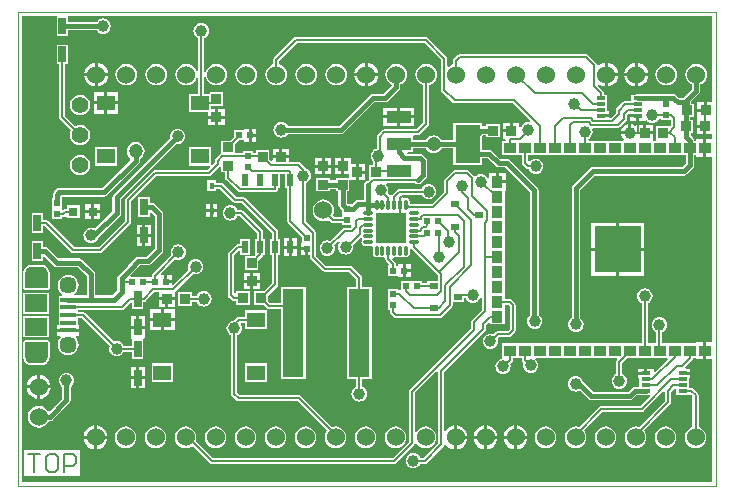
<source format=gtl>
G04*
G04 #@! TF.GenerationSoftware,Altium Limited,Altium Designer,18.1.6 (161)*
G04*
G04 Layer_Physical_Order=1*
G04 Layer_Color=255*
%FSAX44Y44*%
%MOMM*%
G71*
G01*
G75*
%ADD11C,0.1000*%
%ADD14C,0.2000*%
%ADD17R,1.3500X0.4000*%
%ADD18R,1.9000X1.5000*%
%ADD19R,1.5500X1.3000*%
%ADD20R,1.0000X0.9500*%
%ADD21R,0.9500X1.0000*%
%ADD22R,4.0000X4.0000*%
%ADD23R,0.8000X0.3000*%
%ADD24R,2.5500X2.5500*%
%ADD25O,0.8500X0.3000*%
%ADD26O,0.3000X0.8500*%
%ADD27R,0.6500X1.3500*%
%ADD28R,0.5500X1.0000*%
%ADD29R,2.1500X3.2500*%
%ADD30R,2.1500X1.0000*%
%ADD31R,0.5500X0.5500*%
%ADD32R,0.5500X0.5500*%
%ADD33R,0.8000X0.6000*%
%ADD34R,1.8000X7.5000*%
%ADD35R,0.4500X0.5900*%
%ADD36R,0.8000X0.8000*%
%ADD37R,0.8500X0.8500*%
%ADD38R,0.8500X0.8500*%
%ADD39C,0.5000*%
%ADD68C,0.4000*%
%ADD69C,1.4500*%
%ADD70C,1.5240*%
%ADD71C,1.4000*%
%ADD72C,1.0000*%
%ADD73C,1.2000*%
%ADD74C,0.5000*%
G36*
X00587510Y00324370D02*
X00583313D01*
Y00317580D01*
X00582043D01*
Y00316310D01*
X00575253D01*
Y00310878D01*
X00574528D01*
Y00305358D01*
X00581318D01*
Y00304088D01*
X00582588D01*
Y00297298D01*
X00587510D01*
Y00293040D01*
X00582688D01*
Y00285750D01*
Y00278460D01*
X00587510D01*
X00587510Y00121540D01*
X00582688D01*
Y00114250D01*
Y00106960D01*
X00587510D01*
Y00003059D01*
X00003059D01*
X00003059Y00397941D01*
X00031576D01*
X00032560Y00397250D01*
X00032560Y00396671D01*
Y00380750D01*
X00042060D01*
Y00385432D01*
X00066460D01*
X00067279Y00384364D01*
X00068636Y00383323D01*
X00070218Y00382668D01*
X00071914Y00382444D01*
X00073611Y00382668D01*
X00075192Y00383323D01*
X00076550Y00384364D01*
X00077592Y00385722D01*
X00078247Y00387303D01*
X00078471Y00389000D01*
X00078247Y00390697D01*
X00077592Y00392278D01*
X00076550Y00393636D01*
X00075192Y00394678D01*
X00073611Y00395333D01*
X00071914Y00395556D01*
X00070218Y00395333D01*
X00068636Y00394678D01*
X00067279Y00393636D01*
X00066460Y00392569D01*
X00042060D01*
X00042060Y00397250D01*
X00043044Y00397941D01*
X00587510D01*
Y00324370D01*
D02*
G37*
%LPC*%
G36*
X00155000Y00391556D02*
X00153303Y00391333D01*
X00151722Y00390678D01*
X00150364Y00389636D01*
X00149322Y00388278D01*
X00148667Y00386697D01*
X00148444Y00385000D01*
X00148667Y00383303D01*
X00149322Y00381722D01*
X00150364Y00380364D01*
X00151722Y00379322D01*
X00152451Y00379020D01*
Y00350653D01*
X00151253Y00350381D01*
X00150334Y00352599D01*
X00148872Y00354504D01*
X00146967Y00355966D01*
X00144749Y00356885D01*
X00142368Y00357198D01*
X00139987Y00356885D01*
X00137769Y00355966D01*
X00135864Y00354504D01*
X00134402Y00352599D01*
X00133483Y00350381D01*
X00133169Y00348000D01*
X00133483Y00345619D01*
X00134402Y00343400D01*
X00135864Y00341495D01*
X00137769Y00340033D01*
X00139987Y00339115D01*
X00142368Y00338801D01*
X00144749Y00339115D01*
X00146967Y00340033D01*
X00148872Y00341495D01*
X00150334Y00343400D01*
X00151253Y00345619D01*
X00152451Y00345347D01*
Y00331886D01*
X00144492D01*
Y00315887D01*
X00161202D01*
Y00312907D01*
X00166722D01*
Y00318426D01*
X00162992D01*
Y00321338D01*
X00164742D01*
X00164988Y00321386D01*
X00173742D01*
Y00332887D01*
X00162242D01*
Y00331886D01*
X00157549D01*
Y00346020D01*
X00158819Y00346104D01*
X00158883Y00345619D01*
X00159802Y00343400D01*
X00161264Y00341495D01*
X00163169Y00340033D01*
X00165387Y00339115D01*
X00167768Y00338801D01*
X00170149Y00339115D01*
X00172367Y00340033D01*
X00174272Y00341495D01*
X00175734Y00343400D01*
X00176653Y00345619D01*
X00176967Y00348000D01*
X00176653Y00350381D01*
X00175734Y00352599D01*
X00174272Y00354504D01*
X00172367Y00355966D01*
X00170149Y00356885D01*
X00167768Y00357198D01*
X00165387Y00356885D01*
X00163169Y00355966D01*
X00161264Y00354504D01*
X00159802Y00352599D01*
X00158883Y00350381D01*
X00158819Y00349896D01*
X00157549Y00349979D01*
Y00379020D01*
X00158278Y00379322D01*
X00159636Y00380364D01*
X00160678Y00381722D01*
X00161333Y00383303D01*
X00161556Y00385000D01*
X00161333Y00386697D01*
X00160678Y00388278D01*
X00159636Y00389636D01*
X00158278Y00390678D01*
X00156697Y00391333D01*
X00155000Y00391556D01*
D02*
G37*
G36*
X00524638Y00358080D02*
Y00349270D01*
X00533448D01*
X00533266Y00350652D01*
X00532243Y00353124D01*
X00530614Y00355246D01*
X00528492Y00356875D01*
X00526020Y00357898D01*
X00524638Y00358080D01*
D02*
G37*
G36*
X00296038D02*
Y00349270D01*
X00304848D01*
X00304667Y00350652D01*
X00303643Y00353124D01*
X00302014Y00355246D01*
X00299892Y00356875D01*
X00297420Y00357898D01*
X00296038Y00358080D01*
D02*
G37*
G36*
X00067438D02*
Y00349270D01*
X00076248D01*
X00076066Y00350652D01*
X00075043Y00353124D01*
X00073414Y00355246D01*
X00071292Y00356875D01*
X00068820Y00357898D01*
X00067438Y00358080D01*
D02*
G37*
G36*
X00499238D02*
Y00349270D01*
X00508049D01*
X00507867Y00350652D01*
X00506843Y00353124D01*
X00505214Y00355246D01*
X00503092Y00356875D01*
X00500620Y00357898D01*
X00499238Y00358080D01*
D02*
G37*
G36*
X00522098D02*
X00520716Y00357898D01*
X00518244Y00356875D01*
X00516122Y00355246D01*
X00514493Y00353124D01*
X00513470Y00350652D01*
X00513288Y00349270D01*
X00522098D01*
Y00358080D01*
D02*
G37*
G36*
X00293498D02*
X00292116Y00357898D01*
X00289644Y00356875D01*
X00287522Y00355246D01*
X00285893Y00353124D01*
X00284869Y00350652D01*
X00284688Y00349270D01*
X00293498D01*
Y00358080D01*
D02*
G37*
G36*
X00064898D02*
X00063516Y00357898D01*
X00061044Y00356875D01*
X00058922Y00355246D01*
X00057293Y00353124D01*
X00056269Y00350652D01*
X00056087Y00349270D01*
X00064898D01*
Y00358080D01*
D02*
G37*
G36*
X00548768Y00357198D02*
X00546387Y00356885D01*
X00544169Y00355966D01*
X00542264Y00354504D01*
X00540802Y00352599D01*
X00539883Y00350381D01*
X00539569Y00348000D01*
X00539883Y00345619D01*
X00540802Y00343400D01*
X00542264Y00341495D01*
X00544169Y00340033D01*
X00546387Y00339115D01*
X00548768Y00338801D01*
X00551149Y00339115D01*
X00553367Y00340033D01*
X00555272Y00341495D01*
X00556734Y00343400D01*
X00557653Y00345619D01*
X00557967Y00348000D01*
X00557653Y00350381D01*
X00556734Y00352599D01*
X00555272Y00354504D01*
X00553367Y00355966D01*
X00551149Y00356885D01*
X00548768Y00357198D01*
D02*
G37*
G36*
X00269368D02*
X00266987Y00356885D01*
X00264769Y00355966D01*
X00262864Y00354504D01*
X00261402Y00352599D01*
X00260483Y00350381D01*
X00260169Y00348000D01*
X00260483Y00345619D01*
X00261402Y00343400D01*
X00262864Y00341495D01*
X00264769Y00340033D01*
X00266987Y00339115D01*
X00269368Y00338801D01*
X00271749Y00339115D01*
X00273967Y00340033D01*
X00275872Y00341495D01*
X00277334Y00343400D01*
X00278253Y00345619D01*
X00278567Y00348000D01*
X00278253Y00350381D01*
X00277334Y00352599D01*
X00275872Y00354504D01*
X00273967Y00355966D01*
X00271749Y00356885D01*
X00269368Y00357198D01*
D02*
G37*
G36*
X00243968D02*
X00241587Y00356885D01*
X00239369Y00355966D01*
X00237464Y00354504D01*
X00236002Y00352599D01*
X00235083Y00350381D01*
X00234769Y00348000D01*
X00235083Y00345619D01*
X00236002Y00343400D01*
X00237464Y00341495D01*
X00239369Y00340033D01*
X00241587Y00339115D01*
X00243968Y00338801D01*
X00246349Y00339115D01*
X00248567Y00340033D01*
X00250473Y00341495D01*
X00251934Y00343400D01*
X00252853Y00345619D01*
X00253167Y00348000D01*
X00252853Y00350381D01*
X00251934Y00352599D01*
X00250473Y00354504D01*
X00248567Y00355966D01*
X00246349Y00356885D01*
X00243968Y00357198D01*
D02*
G37*
G36*
X00193168D02*
X00190787Y00356885D01*
X00188569Y00355966D01*
X00186664Y00354504D01*
X00185202Y00352599D01*
X00184283Y00350381D01*
X00183969Y00348000D01*
X00184283Y00345619D01*
X00185202Y00343400D01*
X00186664Y00341495D01*
X00188569Y00340033D01*
X00190787Y00339115D01*
X00193168Y00338801D01*
X00195549Y00339115D01*
X00197767Y00340033D01*
X00199673Y00341495D01*
X00201134Y00343400D01*
X00202053Y00345619D01*
X00202367Y00348000D01*
X00202053Y00350381D01*
X00201134Y00352599D01*
X00199673Y00354504D01*
X00197767Y00355966D01*
X00195549Y00356885D01*
X00193168Y00357198D01*
D02*
G37*
G36*
X00116968D02*
X00114587Y00356885D01*
X00112369Y00355966D01*
X00110464Y00354504D01*
X00109002Y00352599D01*
X00108083Y00350381D01*
X00107769Y00348000D01*
X00108083Y00345619D01*
X00109002Y00343400D01*
X00110464Y00341495D01*
X00112369Y00340033D01*
X00114587Y00339115D01*
X00116968Y00338801D01*
X00119349Y00339115D01*
X00121567Y00340033D01*
X00123472Y00341495D01*
X00124934Y00343400D01*
X00125853Y00345619D01*
X00126167Y00348000D01*
X00125853Y00350381D01*
X00124934Y00352599D01*
X00123472Y00354504D01*
X00121567Y00355966D01*
X00119349Y00356885D01*
X00116968Y00357198D01*
D02*
G37*
G36*
X00091568D02*
X00089187Y00356885D01*
X00086969Y00355966D01*
X00085064Y00354504D01*
X00083602Y00352599D01*
X00082683Y00350381D01*
X00082369Y00348000D01*
X00082683Y00345619D01*
X00083602Y00343400D01*
X00085064Y00341495D01*
X00086969Y00340033D01*
X00089187Y00339115D01*
X00091568Y00338801D01*
X00093949Y00339115D01*
X00096167Y00340033D01*
X00098073Y00341495D01*
X00099534Y00343400D01*
X00100453Y00345619D01*
X00100767Y00348000D01*
X00100453Y00350381D01*
X00099534Y00352599D01*
X00098073Y00354504D01*
X00096167Y00355966D01*
X00093949Y00356885D01*
X00091568Y00357198D01*
D02*
G37*
G36*
X00533448Y00346730D02*
X00524638D01*
Y00337919D01*
X00526020Y00338101D01*
X00528492Y00339125D01*
X00530614Y00340754D01*
X00532243Y00342876D01*
X00533266Y00345348D01*
X00533448Y00346730D01*
D02*
G37*
G36*
X00508049D02*
X00499238D01*
Y00337919D01*
X00500620Y00338101D01*
X00503092Y00339125D01*
X00505214Y00340754D01*
X00506843Y00342876D01*
X00507867Y00345348D01*
X00508049Y00346730D01*
D02*
G37*
G36*
X00304848D02*
X00296038D01*
Y00337919D01*
X00297420Y00338101D01*
X00299892Y00339125D01*
X00302014Y00340754D01*
X00303643Y00342876D01*
X00304667Y00345348D01*
X00304848Y00346730D01*
D02*
G37*
G36*
X00076248D02*
X00067438D01*
Y00337919D01*
X00068820Y00338101D01*
X00071292Y00339125D01*
X00073414Y00340754D01*
X00075043Y00342876D01*
X00076066Y00345348D01*
X00076248Y00346730D01*
D02*
G37*
G36*
X00522098D02*
X00513288D01*
X00513470Y00345348D01*
X00514493Y00342876D01*
X00516122Y00340754D01*
X00518244Y00339125D01*
X00520716Y00338101D01*
X00522098Y00337919D01*
Y00346730D01*
D02*
G37*
G36*
X00293498D02*
X00284688D01*
X00284869Y00345348D01*
X00285893Y00342876D01*
X00287522Y00340754D01*
X00289644Y00339125D01*
X00292116Y00338101D01*
X00293498Y00337919D01*
Y00346730D01*
D02*
G37*
G36*
X00064898D02*
X00056087D01*
X00056269Y00345348D01*
X00057293Y00342876D01*
X00058922Y00340754D01*
X00061044Y00339125D01*
X00063516Y00338101D01*
X00064898Y00337919D01*
Y00346730D01*
D02*
G37*
G36*
X00084532Y00332926D02*
X00075512D01*
Y00325157D01*
X00084532D01*
Y00332926D01*
D02*
G37*
G36*
X00072972D02*
X00063952D01*
Y00325157D01*
X00072972D01*
Y00332926D01*
D02*
G37*
G36*
X00580773Y00324370D02*
X00575253D01*
Y00318850D01*
X00580773D01*
Y00324370D01*
D02*
G37*
G36*
X00084532Y00322617D02*
X00075512D01*
Y00314847D01*
X00084532D01*
Y00322617D01*
D02*
G37*
G36*
X00072972D02*
X00063952D01*
Y00314847D01*
X00072972D01*
Y00322617D01*
D02*
G37*
G36*
X00052550Y00330760D02*
X00050331Y00330468D01*
X00048263Y00329611D01*
X00046488Y00328249D01*
X00045125Y00326473D01*
X00044269Y00324406D01*
X00043977Y00322187D01*
X00044269Y00319968D01*
X00045125Y00317900D01*
X00046488Y00316124D01*
X00048263Y00314762D01*
X00050331Y00313905D01*
X00052550Y00313613D01*
X00054769Y00313905D01*
X00056837Y00314762D01*
X00058612Y00316124D01*
X00059975Y00317900D01*
X00060831Y00319968D01*
X00061123Y00322187D01*
X00060831Y00324406D01*
X00059975Y00326473D01*
X00058612Y00328249D01*
X00056837Y00329611D01*
X00054769Y00330468D01*
X00052550Y00330760D01*
D02*
G37*
G36*
X00335608Y00319580D02*
X00323588D01*
Y00313310D01*
X00335608D01*
Y00319580D01*
D02*
G37*
G36*
X00321048D02*
X00309028D01*
Y00313310D01*
X00321048D01*
Y00319580D01*
D02*
G37*
G36*
X00174782Y00318426D02*
X00169262D01*
Y00312907D01*
X00174782D01*
Y00318426D01*
D02*
G37*
G36*
X00345311Y00379549D02*
X00235000D01*
X00234024Y00379355D01*
X00233197Y00378802D01*
X00216766Y00362370D01*
X00216213Y00361544D01*
X00216019Y00360568D01*
Y00356815D01*
X00213969Y00355966D01*
X00212064Y00354504D01*
X00210602Y00352599D01*
X00209683Y00350381D01*
X00209369Y00348000D01*
X00209683Y00345619D01*
X00210602Y00343400D01*
X00212064Y00341495D01*
X00213969Y00340033D01*
X00216187Y00339115D01*
X00218568Y00338801D01*
X00220949Y00339115D01*
X00223167Y00340033D01*
X00225072Y00341495D01*
X00226534Y00343400D01*
X00227453Y00345619D01*
X00227767Y00348000D01*
X00227453Y00350381D01*
X00226534Y00352599D01*
X00225072Y00354504D01*
X00223167Y00355966D01*
X00221117Y00356815D01*
Y00359512D01*
X00236056Y00374451D01*
X00344255D01*
X00358267Y00360439D01*
Y00334800D01*
X00358461Y00333825D01*
X00359014Y00332998D01*
X00367752Y00324259D01*
X00368579Y00323707D01*
X00369554Y00323513D01*
X00418688D01*
X00433496Y00308705D01*
X00432903Y00307502D01*
X00432000Y00307621D01*
X00430303Y00307398D01*
X00428722Y00306743D01*
X00427364Y00305701D01*
X00426322Y00304343D01*
X00425798Y00303078D01*
X00424528Y00303330D01*
Y00307260D01*
X00419008D01*
Y00300470D01*
X00417738D01*
Y00299200D01*
X00410948D01*
Y00293680D01*
X00412163D01*
X00412967Y00292410D01*
X00412773Y00292000D01*
X00409818D01*
Y00279500D01*
X00426469D01*
Y00273100D01*
X00426663Y00272124D01*
X00427216Y00271297D01*
X00430030Y00268483D01*
X00430857Y00267931D01*
X00431832Y00267737D01*
X00432306D01*
X00432608Y00267008D01*
X00433650Y00265650D01*
X00435008Y00264608D01*
X00436589Y00263953D01*
X00438286Y00263730D01*
X00439983Y00263953D01*
X00441564Y00264608D01*
X00442922Y00265650D01*
X00443964Y00267008D01*
X00444619Y00268589D01*
X00444842Y00270286D01*
X00444619Y00271983D01*
X00443964Y00273564D01*
X00442922Y00274922D01*
X00441564Y00275963D01*
X00439983Y00276618D01*
X00438286Y00276842D01*
X00436589Y00276618D01*
X00435008Y00275963D01*
X00433650Y00274922D01*
X00433553Y00274795D01*
X00432066Y00274655D01*
X00431567Y00275104D01*
Y00279500D01*
X00565150D01*
Y00272596D01*
X00562162Y00269608D01*
X00486889D01*
X00485523Y00269337D01*
X00484366Y00268563D01*
X00469926Y00254123D01*
X00469152Y00252966D01*
X00468881Y00251600D01*
Y00141971D01*
X00467596Y00140986D01*
X00466554Y00139628D01*
X00465899Y00138047D01*
X00465676Y00136350D01*
X00465899Y00134653D01*
X00466554Y00133072D01*
X00467596Y00131714D01*
X00468954Y00130672D01*
X00470535Y00130017D01*
X00472232Y00129794D01*
X00473929Y00130017D01*
X00475510Y00130672D01*
X00476868Y00131714D01*
X00477910Y00133072D01*
X00478565Y00134653D01*
X00478788Y00136350D01*
X00478565Y00138047D01*
X00477910Y00139628D01*
X00476868Y00140986D01*
X00476018Y00141638D01*
Y00250122D01*
X00488367Y00262471D01*
X00563640D01*
X00565005Y00262743D01*
X00566163Y00263517D01*
X00571241Y00268595D01*
X00572015Y00269753D01*
X00572287Y00271118D01*
Y00279500D01*
X00573878D01*
Y00278460D01*
X00580148D01*
Y00285750D01*
Y00293040D01*
X00573878D01*
Y00292000D01*
X00572287D01*
Y00292100D01*
X00572015Y00293466D01*
X00571241Y00294623D01*
X00569387Y00296478D01*
Y00298338D01*
X00571568D01*
Y00309838D01*
X00569112D01*
Y00311830D01*
X00572293D01*
Y00323330D01*
X00570112D01*
Y00325297D01*
X00576691Y00331877D01*
X00577465Y00333034D01*
X00577737Y00334400D01*
Y00339607D01*
X00578767Y00340033D01*
X00580672Y00341495D01*
X00582134Y00343400D01*
X00583053Y00345619D01*
X00583367Y00348000D01*
X00583053Y00350381D01*
X00582134Y00352599D01*
X00580672Y00354504D01*
X00578767Y00355966D01*
X00576549Y00356885D01*
X00574168Y00357198D01*
X00571787Y00356885D01*
X00569569Y00355966D01*
X00567664Y00354504D01*
X00566202Y00352599D01*
X00565283Y00350381D01*
X00564969Y00348000D01*
X00565283Y00345619D01*
X00566202Y00343400D01*
X00567664Y00341495D01*
X00569569Y00340033D01*
X00570599Y00339607D01*
Y00335878D01*
X00564020Y00329299D01*
X00563246Y00328141D01*
X00563212Y00327969D01*
X00559878D01*
X00557284Y00330563D01*
X00556126Y00331337D01*
X00554760Y00331608D01*
X00524500D01*
X00523134Y00331337D01*
X00522690Y00331040D01*
X00519000D01*
Y00325589D01*
X00514000D01*
X00513024Y00325395D01*
X00512197Y00324842D01*
X00506598Y00319242D01*
X00506045Y00318415D01*
X00505851Y00317440D01*
Y00315296D01*
X00502144Y00311589D01*
X00500040D01*
Y00311770D01*
X00493500D01*
Y00314310D01*
X00500040D01*
Y00317080D01*
X00499000D01*
Y00331040D01*
X00496049D01*
Y00332504D01*
X00495855Y00333480D01*
X00495302Y00334307D01*
X00491218Y00338391D01*
X00491274Y00338729D01*
X00492651Y00339273D01*
X00492844Y00339125D01*
X00495316Y00338101D01*
X00496698Y00337919D01*
Y00348000D01*
Y00358080D01*
X00495316Y00357898D01*
X00492844Y00356875D01*
X00491667Y00355971D01*
X00491248Y00356031D01*
X00490320Y00356539D01*
X00490203Y00357127D01*
X00489650Y00357954D01*
X00482802Y00364802D01*
X00481976Y00365355D01*
X00481000Y00365549D01*
X00374200D01*
X00373224Y00365355D01*
X00372398Y00364802D01*
X00369166Y00361570D01*
X00368613Y00360743D01*
X00368419Y00359768D01*
Y00356815D01*
X00366369Y00355966D01*
X00364635Y00354636D01*
X00363365Y00354948D01*
Y00361495D01*
X00363171Y00362470D01*
X00362619Y00363297D01*
X00347113Y00378802D01*
X00346287Y00379355D01*
X00345311Y00379549D01*
D02*
G37*
G36*
X00174782Y00310367D02*
X00169262D01*
Y00304846D01*
X00174782D01*
Y00310367D01*
D02*
G37*
G36*
X00166722D02*
X00161202D01*
Y00304846D01*
X00166722D01*
Y00310367D01*
D02*
G37*
G36*
X00320168Y00357198D02*
X00317787Y00356885D01*
X00315569Y00355966D01*
X00313664Y00354504D01*
X00312202Y00352599D01*
X00311283Y00350381D01*
X00310969Y00348000D01*
X00311283Y00345619D01*
X00312202Y00343400D01*
X00313664Y00341495D01*
X00315569Y00340033D01*
X00315984Y00339861D01*
X00316187Y00338433D01*
X00309322Y00331569D01*
X00300168D01*
X00298803Y00331297D01*
X00297645Y00330523D01*
X00271755Y00304634D01*
X00228208D01*
X00227389Y00305701D01*
X00226031Y00306743D01*
X00224450Y00307398D01*
X00222753Y00307621D01*
X00221056Y00307398D01*
X00219475Y00306743D01*
X00218117Y00305701D01*
X00217075Y00304343D01*
X00216420Y00302762D01*
X00216197Y00301065D01*
X00216420Y00299368D01*
X00217075Y00297787D01*
X00218117Y00296429D01*
X00219475Y00295387D01*
X00221056Y00294732D01*
X00222753Y00294509D01*
X00224450Y00294732D01*
X00226031Y00295387D01*
X00227389Y00296429D01*
X00228208Y00297497D01*
X00273233D01*
X00274599Y00297768D01*
X00275757Y00298542D01*
X00301646Y00324431D01*
X00310800D01*
X00312166Y00324703D01*
X00313323Y00325477D01*
X00322691Y00334845D01*
X00323465Y00336002D01*
X00323737Y00337368D01*
Y00339607D01*
X00324767Y00340033D01*
X00326673Y00341495D01*
X00328134Y00343400D01*
X00329053Y00345619D01*
X00329367Y00348000D01*
X00329053Y00350381D01*
X00328134Y00352599D01*
X00326673Y00354504D01*
X00324767Y00355966D01*
X00322549Y00356885D01*
X00320168Y00357198D01*
D02*
G37*
G36*
X00335608Y00310770D02*
X00323588D01*
Y00304500D01*
X00335608D01*
Y00310770D01*
D02*
G37*
G36*
X00321048D02*
X00309028D01*
Y00304500D01*
X00321048D01*
Y00310770D01*
D02*
G37*
G36*
X00416468Y00307260D02*
X00410948D01*
Y00301740D01*
X00416468D01*
Y00307260D01*
D02*
G37*
G36*
X00201838Y00301855D02*
X00197818D01*
Y00297835D01*
X00201838D01*
Y00301855D01*
D02*
G37*
G36*
X00580048Y00302818D02*
X00574528D01*
Y00297298D01*
X00580048D01*
Y00302818D01*
D02*
G37*
G36*
X00345568Y00357198D02*
X00343187Y00356885D01*
X00340969Y00355966D01*
X00339064Y00354504D01*
X00337602Y00352599D01*
X00336683Y00350381D01*
X00336369Y00348000D01*
X00336683Y00345619D01*
X00337602Y00343400D01*
X00339064Y00341495D01*
X00340969Y00340033D01*
X00343019Y00339184D01*
Y00307306D01*
X00337259Y00301545D01*
X00309875D01*
X00308899Y00301351D01*
X00308072Y00300799D01*
X00304531Y00297257D01*
X00303978Y00296430D01*
X00303784Y00295455D01*
Y00285396D01*
X00303302Y00285332D01*
X00301721Y00284677D01*
X00300364Y00283635D01*
X00299322Y00282278D01*
X00298667Y00280696D01*
X00298443Y00278999D01*
X00298667Y00277303D01*
X00299322Y00275721D01*
X00300119Y00274682D01*
Y00271080D01*
X00296918D01*
Y00259580D01*
X00296918D01*
X00297214Y00258865D01*
X00296443Y00257887D01*
X00295135Y00257627D01*
X00293977Y00256853D01*
X00293203Y00255696D01*
X00292932Y00254330D01*
Y00241986D01*
X00287818D01*
X00286452Y00241714D01*
X00285295Y00240940D01*
X00282659Y00238305D01*
X00279366D01*
X00278347Y00239324D01*
Y00248976D01*
X00280528D01*
Y00258540D01*
X00285898D01*
Y00265330D01*
Y00272120D01*
X00281568D01*
Y00277017D01*
X00276048D01*
Y00270226D01*
Y00263437D01*
X00280378D01*
Y00260476D01*
X00269028D01*
Y00258295D01*
X00264018D01*
Y00260476D01*
X00252518D01*
Y00248976D01*
X00264018D01*
Y00251158D01*
X00269028D01*
Y00248976D01*
X00271210D01*
Y00237846D01*
X00271481Y00236480D01*
X00272255Y00235322D01*
X00274318Y00233259D01*
Y00230075D01*
X00274318Y00229805D01*
Y00228805D01*
X00274318Y00228535D01*
Y00227104D01*
X00268068D01*
X00266604Y00228568D01*
X00267453Y00230619D01*
X00267767Y00233000D01*
X00267453Y00235381D01*
X00266534Y00237599D01*
X00265073Y00239504D01*
X00263167Y00240966D01*
X00260949Y00241885D01*
X00258568Y00242199D01*
X00256187Y00241885D01*
X00253969Y00240966D01*
X00252064Y00239504D01*
X00250602Y00237599D01*
X00249683Y00235381D01*
X00249369Y00233000D01*
X00249683Y00230619D01*
X00250602Y00228401D01*
X00252064Y00226495D01*
X00253969Y00225034D01*
X00256187Y00224115D01*
X00258568Y00223801D01*
X00260949Y00224115D01*
X00262999Y00224964D01*
X00265210Y00222753D01*
X00266037Y00222200D01*
X00267012Y00222006D01*
X00274318D01*
Y00220305D01*
X00281617D01*
X00282143Y00219035D01*
X00281257Y00218149D01*
X00276402D01*
X00275427Y00217955D01*
X00274600Y00217402D01*
X00264228Y00207031D01*
X00263499Y00207333D01*
X00261802Y00207556D01*
X00260105Y00207333D01*
X00258524Y00206678D01*
X00257166Y00205636D01*
X00256124Y00204278D01*
X00255469Y00202697D01*
X00255246Y00201000D01*
X00255469Y00199303D01*
X00256124Y00197722D01*
X00257166Y00196364D01*
X00258524Y00195322D01*
X00260105Y00194667D01*
X00261802Y00194444D01*
X00263499Y00194667D01*
X00265080Y00195322D01*
X00266438Y00196364D01*
X00267480Y00197722D01*
X00268135Y00199303D01*
X00268358Y00201000D01*
X00268135Y00202697D01*
X00267833Y00203426D01*
X00271332Y00206925D01*
X00271396Y00206934D01*
X00271960Y00206295D01*
X00272165Y00205850D01*
X00271726Y00205278D01*
X00271071Y00203697D01*
X00270848Y00202000D01*
X00271071Y00200303D01*
X00271726Y00198722D01*
X00272768Y00197364D01*
X00274126Y00196322D01*
X00275707Y00195667D01*
X00277404Y00195444D01*
X00279101Y00195667D01*
X00280682Y00196322D01*
X00282040Y00197364D01*
X00283082Y00198722D01*
X00283737Y00200303D01*
X00283960Y00202000D01*
X00283760Y00203518D01*
X00289771Y00209529D01*
X00291269Y00209230D01*
X00291587Y00208754D01*
Y00208080D01*
X00290924Y00207088D01*
X00290691Y00205917D01*
X00290924Y00204747D01*
X00291587Y00203754D01*
X00292580Y00203091D01*
X00293750Y00202858D01*
X00299250D01*
X00299389Y00202886D01*
X00300469Y00201806D01*
X00300441Y00201667D01*
Y00196167D01*
X00300674Y00194997D01*
X00301337Y00194004D01*
X00302330Y00193341D01*
X00303500Y00193108D01*
X00304671Y00193341D01*
X00305663Y00194004D01*
X00306337D01*
X00307330Y00193341D01*
X00308500Y00193108D01*
X00309644Y00193336D01*
X00309671Y00193341D01*
X00310914Y00192645D01*
Y00191600D01*
X00311108Y00190625D01*
X00311660Y00189798D01*
X00313938Y00187520D01*
X00313412Y00186250D01*
X00313318D01*
Y00177750D01*
X00321778D01*
Y00176710D01*
X00325798D01*
Y00182000D01*
Y00187290D01*
X00321778D01*
Y00186250D01*
X00320117D01*
Y00187495D01*
X00319923Y00188470D01*
X00319370Y00189297D01*
X00316925Y00191742D01*
X00316987Y00192159D01*
X00318412Y00193126D01*
X00318500Y00193108D01*
X00319671Y00193341D01*
X00320663Y00194004D01*
X00321337D01*
X00322330Y00193341D01*
X00323500Y00193108D01*
X00324671Y00193341D01*
X00325663Y00194004D01*
X00326337D01*
X00327330Y00193341D01*
X00328500Y00193108D01*
X00329671Y00193341D01*
X00330663Y00194004D01*
X00331326Y00194997D01*
X00331559Y00196167D01*
Y00200677D01*
X00332052Y00201243D01*
X00332829Y00201556D01*
X00332985Y00201464D01*
X00333145Y00200661D01*
X00333698Y00199834D01*
X00354306Y00179225D01*
X00355844Y00177688D01*
Y00173565D01*
X00346393D01*
Y00171614D01*
X00342112D01*
Y00173315D01*
X00333612D01*
Y00173315D01*
X00332612D01*
Y00173315D01*
X00324112D01*
Y00165953D01*
X00323063Y00165140D01*
X00321793Y00165497D01*
Y00166685D01*
X00313293D01*
Y00158185D01*
X00313293D01*
Y00157185D01*
X00313293D01*
Y00148685D01*
X00314994D01*
Y00147309D01*
X00315188Y00146334D01*
X00315740Y00145507D01*
X00318598Y00142649D01*
X00319424Y00142097D01*
X00320400Y00141903D01*
X00357133D01*
X00358109Y00142097D01*
X00358936Y00142649D01*
X00367195Y00150909D01*
X00367747Y00151736D01*
X00367942Y00152711D01*
Y00155065D01*
X00377592D01*
Y00158451D01*
X00379020D01*
X00379322Y00157722D01*
X00380364Y00156364D01*
X00381722Y00155322D01*
X00383303Y00154667D01*
X00385000Y00154444D01*
X00386697Y00154667D01*
X00388278Y00155322D01*
X00389636Y00156364D01*
X00390678Y00157722D01*
X00391181Y00158937D01*
X00392451Y00158684D01*
Y00148808D01*
X00384026Y00140382D01*
X00383473Y00139555D01*
X00383279Y00138580D01*
Y00133056D01*
X00331398Y00081174D01*
X00330845Y00080347D01*
X00330651Y00079372D01*
Y00036693D01*
X00317506Y00023549D01*
X00165024D01*
X00150507Y00038066D01*
X00150653Y00038419D01*
X00150967Y00040800D01*
X00150653Y00043181D01*
X00149734Y00045399D01*
X00148273Y00047304D01*
X00146368Y00048766D01*
X00144149Y00049685D01*
X00141768Y00049998D01*
X00139387Y00049685D01*
X00137169Y00048766D01*
X00135264Y00047304D01*
X00133802Y00045399D01*
X00132883Y00043181D01*
X00132570Y00040800D01*
X00132883Y00038419D01*
X00133802Y00036200D01*
X00135264Y00034295D01*
X00137169Y00032833D01*
X00139387Y00031915D01*
X00141768Y00031601D01*
X00144149Y00031915D01*
X00146368Y00032833D01*
X00147591Y00033772D01*
X00162166Y00019197D01*
X00162993Y00018645D01*
X00163968Y00018451D01*
X00318562D01*
X00319538Y00018645D01*
X00320364Y00019197D01*
X00335002Y00033835D01*
X00335555Y00034662D01*
X00335749Y00035638D01*
Y00035907D01*
X00336947Y00036188D01*
X00337019Y00036178D01*
X00338464Y00034295D01*
X00340369Y00032833D01*
X00342587Y00031915D01*
X00344968Y00031601D01*
X00347349Y00031915D01*
X00349567Y00032833D01*
X00351473Y00034295D01*
X00352934Y00036200D01*
X00353853Y00038419D01*
X00354167Y00040800D01*
X00353853Y00043181D01*
X00352934Y00045399D01*
X00351473Y00047304D01*
X00349567Y00048766D01*
X00347349Y00049685D01*
X00344968Y00049998D01*
X00342587Y00049685D01*
X00340369Y00048766D01*
X00338464Y00047304D01*
X00337019Y00045422D01*
X00336947Y00045412D01*
X00335749Y00045693D01*
Y00078316D01*
X00354221Y00096788D01*
X00355451Y00096222D01*
Y00035856D01*
X00343144Y00023549D01*
X00340634D01*
X00340332Y00024278D01*
X00339290Y00025636D01*
X00337932Y00026678D01*
X00336351Y00027333D01*
X00334654Y00027556D01*
X00332957Y00027333D01*
X00331376Y00026678D01*
X00330018Y00025636D01*
X00328976Y00024278D01*
X00328321Y00022697D01*
X00328098Y00021000D01*
X00328321Y00019303D01*
X00328976Y00017722D01*
X00330018Y00016364D01*
X00331376Y00015322D01*
X00332957Y00014667D01*
X00334654Y00014444D01*
X00336351Y00014667D01*
X00337932Y00015322D01*
X00339290Y00016364D01*
X00340332Y00017722D01*
X00340634Y00018451D01*
X00344200D01*
X00345176Y00018645D01*
X00346002Y00019198D01*
X00359802Y00032998D01*
X00360355Y00033825D01*
X00360549Y00034800D01*
Y00034821D01*
X00361819Y00035252D01*
X00363122Y00033554D01*
X00365244Y00031925D01*
X00367716Y00030901D01*
X00369098Y00030719D01*
Y00040800D01*
Y00050880D01*
X00367716Y00050698D01*
X00365244Y00049675D01*
X00363122Y00048046D01*
X00361819Y00046348D01*
X00360549Y00046779D01*
Y00095636D01*
X00395370Y00130457D01*
X00395923Y00131284D01*
X00396117Y00132260D01*
Y00135684D01*
X00398395Y00137962D01*
X00399568Y00137476D01*
Y00136350D01*
X00412068D01*
Y00149050D01*
Y00153001D01*
X00415035D01*
X00416139Y00151896D01*
Y00132544D01*
X00414544Y00130949D01*
X00406232D01*
X00405257Y00130755D01*
X00404430Y00130202D01*
X00402358Y00128131D01*
X00401629Y00128433D01*
X00399932Y00128656D01*
X00398235Y00128433D01*
X00396654Y00127778D01*
X00395296Y00126736D01*
X00394254Y00125378D01*
X00393600Y00123797D01*
X00393376Y00122100D01*
X00393600Y00120403D01*
X00394254Y00118822D01*
X00395296Y00117464D01*
X00396654Y00116422D01*
X00398235Y00115767D01*
X00399932Y00115544D01*
X00401629Y00115767D01*
X00403210Y00116422D01*
X00404568Y00117464D01*
X00405610Y00118822D01*
X00406265Y00120403D01*
X00406488Y00122100D01*
X00406265Y00123797D01*
X00405963Y00124526D01*
X00407288Y00125851D01*
X00415600D01*
X00416576Y00126045D01*
X00417402Y00126598D01*
X00420491Y00129686D01*
X00421043Y00130513D01*
X00421237Y00131488D01*
Y00152952D01*
X00421043Y00153927D01*
X00420491Y00154754D01*
X00417893Y00157352D01*
X00417066Y00157905D01*
X00416091Y00158099D01*
X00412068D01*
Y00161750D01*
Y00174450D01*
Y00187150D01*
Y00199850D01*
Y00212550D01*
Y00225250D01*
Y00237950D01*
Y00249610D01*
X00413108D01*
Y00255880D01*
X00405818D01*
Y00257150D01*
X00404548D01*
Y00264690D01*
X00398528D01*
Y00260712D01*
X00397313Y00260437D01*
X00397258Y00260445D01*
X00396229Y00261786D01*
X00394871Y00262827D01*
X00393290Y00263482D01*
X00391594Y00263706D01*
X00389897Y00263482D01*
X00388316Y00262827D01*
X00387408Y00262131D01*
X00386136Y00262113D01*
X00385731Y00262274D01*
X00381545Y00266460D01*
X00380718Y00267013D01*
X00379742Y00267207D01*
X00370258D01*
X00369282Y00267013D01*
X00368455Y00266460D01*
X00361398Y00259402D01*
X00360845Y00258575D01*
X00360651Y00257600D01*
Y00248583D01*
X00350217Y00238149D01*
X00331873D01*
X00331559Y00238463D01*
Y00240667D01*
X00331326Y00241838D01*
X00330663Y00242830D01*
X00329671Y00243493D01*
X00328500Y00243726D01*
X00327330Y00243493D01*
X00326736Y00243096D01*
X00326413Y00243580D01*
X00325076Y00244473D01*
X00324532Y00244581D01*
X00324657Y00245851D01*
X00341813D01*
X00341930Y00245568D01*
X00342972Y00244210D01*
X00344330Y00243168D01*
X00345911Y00242513D01*
X00347608Y00242290D01*
X00349305Y00242513D01*
X00350886Y00243168D01*
X00352244Y00244210D01*
X00353286Y00245568D01*
X00353941Y00247149D01*
X00354164Y00248846D01*
X00353941Y00250543D01*
X00353286Y00252124D01*
X00352244Y00253482D01*
X00350886Y00254524D01*
X00349305Y00255179D01*
X00347608Y00255402D01*
X00345911Y00255179D01*
X00344330Y00254524D01*
X00342972Y00253482D01*
X00341930Y00252124D01*
X00341444Y00250949D01*
X00322500D01*
X00321525Y00250755D01*
X00320698Y00250202D01*
X00316698Y00246202D01*
X00316562Y00245999D01*
X00316008Y00245852D01*
X00315048Y00245872D01*
X00313123Y00247796D01*
X00313332Y00248302D01*
X00313556Y00249999D01*
X00313332Y00251696D01*
X00312677Y00253277D01*
X00311635Y00254635D01*
X00311524Y00254721D01*
X00311955Y00255991D01*
X00336055D01*
X00337174Y00255243D01*
X00338540Y00254971D01*
X00339905Y00255243D01*
X00341063Y00256017D01*
X00345323Y00260277D01*
X00346097Y00261434D01*
X00346369Y00262800D01*
Y00274800D01*
X00346097Y00276166D01*
X00345323Y00277323D01*
X00342623Y00280023D01*
X00341466Y00280797D01*
X00340100Y00281068D01*
X00329250D01*
X00329115Y00281270D01*
X00329794Y00282540D01*
X00334568D01*
Y00285471D01*
X00345360D01*
X00345449Y00285257D01*
X00346651Y00283691D01*
X00348218Y00282489D01*
X00350042Y00281733D01*
X00352000Y00281475D01*
X00353958Y00281733D01*
X00355782Y00282489D01*
X00357349Y00283691D01*
X00358551Y00285257D01*
X00358640Y00285471D01*
X00368568D01*
Y00271290D01*
X00393068D01*
Y00277281D01*
X00397522D01*
X00404327Y00270477D01*
X00405484Y00269703D01*
X00406850Y00269431D01*
X00412212D01*
X00425627Y00256017D01*
X00426784Y00255243D01*
X00426947Y00255210D01*
X00433636Y00248522D01*
Y00144328D01*
X00432734Y00143636D01*
X00431692Y00142278D01*
X00431037Y00140697D01*
X00430813Y00139000D01*
X00431037Y00137303D01*
X00431692Y00135722D01*
X00432734Y00134364D01*
X00434091Y00133322D01*
X00435673Y00132667D01*
X00437369Y00132444D01*
X00439066Y00132667D01*
X00440648Y00133322D01*
X00442005Y00134364D01*
X00443047Y00135722D01*
X00443702Y00137303D01*
X00443926Y00139000D01*
X00443702Y00140697D01*
X00443047Y00142278D01*
X00442005Y00143636D01*
X00440773Y00144581D01*
Y00250000D01*
X00440501Y00251366D01*
X00439728Y00252523D01*
X00431188Y00261063D01*
X00430030Y00261837D01*
X00429867Y00261869D01*
X00416213Y00275523D01*
X00415055Y00276297D01*
X00413690Y00276569D01*
X00408328D01*
X00401523Y00283373D01*
X00400366Y00284147D01*
X00399000Y00284418D01*
X00393068D01*
Y00296243D01*
X00393726Y00296901D01*
X00396488D01*
Y00294720D01*
X00407988D01*
Y00306220D01*
X00396488D01*
Y00304038D01*
X00393068D01*
Y00306790D01*
X00368568D01*
Y00292608D01*
X00358640D01*
X00358551Y00292822D01*
X00357349Y00294389D01*
X00355782Y00295591D01*
X00353958Y00296347D01*
X00352000Y00296604D01*
X00350042Y00296347D01*
X00348218Y00295591D01*
X00346651Y00294389D01*
X00345449Y00292822D01*
X00345360Y00292608D01*
X00334568D01*
Y00295540D01*
X00335443Y00296447D01*
X00338315D01*
X00339290Y00296641D01*
X00340117Y00297194D01*
X00347370Y00304447D01*
X00347923Y00305274D01*
X00348117Y00306250D01*
Y00339184D01*
X00350167Y00340033D01*
X00352072Y00341495D01*
X00353534Y00343400D01*
X00354453Y00345619D01*
X00354767Y00348000D01*
X00354453Y00350381D01*
X00353534Y00352599D01*
X00352072Y00354504D01*
X00350167Y00355966D01*
X00347949Y00356885D01*
X00345568Y00357198D01*
D02*
G37*
G36*
X00201838Y00295295D02*
X00197818D01*
Y00291275D01*
X00201838D01*
Y00295295D01*
D02*
G37*
G36*
X00195278Y00301855D02*
X00191258D01*
Y00300815D01*
X00182798D01*
Y00294920D01*
X00179943Y00292065D01*
X00172048D01*
Y00281496D01*
X00172008Y00281488D01*
X00171181Y00280936D01*
X00167198Y00276952D01*
X00166645Y00276126D01*
X00166451Y00275150D01*
Y00273327D01*
X00164262Y00271138D01*
X00162992Y00271664D01*
X00162992Y00271769D01*
X00162992Y00271769D01*
X00162992Y00271835D01*
Y00286887D01*
X00144492D01*
Y00270887D01*
X00162044Y00270886D01*
X00162110D01*
X00162110D01*
X00162215Y00270886D01*
X00162300Y00270681D01*
X00162741Y00269617D01*
X00160331Y00267207D01*
X00115930D01*
X00114955Y00267013D01*
X00114128Y00266460D01*
X00091060Y00243393D01*
X00090508Y00242566D01*
X00090314Y00241590D01*
Y00223992D01*
X00068441Y00202119D01*
X00047486D01*
X00025802Y00223802D01*
X00024976Y00224355D01*
X00024000Y00224549D01*
X00021050D01*
Y00230674D01*
X00011550D01*
Y00214174D01*
X00021050D01*
Y00219451D01*
X00022944D01*
X00044628Y00197767D01*
X00045455Y00197215D01*
X00046430Y00197021D01*
X00069497D01*
X00070472Y00197215D01*
X00071299Y00197767D01*
X00094665Y00221133D01*
X00095218Y00221960D01*
X00095412Y00222936D01*
Y00240534D01*
X00116986Y00262109D01*
X00161387D01*
X00162362Y00262303D01*
X00163189Y00262855D01*
X00170778Y00270444D01*
X00170882Y00270441D01*
X00172048Y00270047D01*
Y00265065D01*
X00175249D01*
Y00260770D01*
X00175443Y00259795D01*
X00175996Y00258968D01*
X00185852Y00249111D01*
X00186679Y00248559D01*
X00187655Y00248365D01*
X00189699D01*
X00189878Y00248329D01*
X00217664D01*
X00218640Y00248523D01*
X00219467Y00249075D01*
X00219721Y00249329D01*
X00220273Y00250156D01*
X00220467Y00251132D01*
Y00251914D01*
X00222168D01*
Y00263823D01*
X00226368D01*
Y00251914D01*
X00228069D01*
Y00223863D01*
X00228263Y00222888D01*
X00228816Y00222061D01*
X00240318Y00210559D01*
Y00205704D01*
X00239278D01*
Y00201684D01*
X00244568D01*
Y00200413D01*
X00245838D01*
Y00195124D01*
X00247269D01*
Y00193615D01*
X00247463Y00192640D01*
X00248016Y00191813D01*
X00257914Y00181914D01*
X00258741Y00181362D01*
X00259717Y00181168D01*
X00280028D01*
X00286451Y00174744D01*
Y00168000D01*
X00278500D01*
Y00090000D01*
X00286451D01*
Y00083762D01*
X00285402Y00083328D01*
X00284044Y00082286D01*
X00283002Y00080928D01*
X00282348Y00079347D01*
X00282124Y00077650D01*
X00282348Y00075953D01*
X00283002Y00074372D01*
X00284044Y00073014D01*
X00285402Y00071972D01*
X00286983Y00071317D01*
X00288680Y00071094D01*
X00290377Y00071317D01*
X00291958Y00071972D01*
X00293316Y00073014D01*
X00294358Y00074372D01*
X00295013Y00075953D01*
X00295236Y00077650D01*
X00295013Y00079347D01*
X00294358Y00080928D01*
X00293316Y00082286D01*
X00291958Y00083328D01*
X00291549Y00083497D01*
Y00090000D01*
X00299500D01*
Y00168000D01*
X00291549D01*
Y00175800D01*
X00291355Y00176775D01*
X00290802Y00177602D01*
X00282886Y00185519D01*
X00282059Y00186071D01*
X00281083Y00186266D01*
X00260772D01*
X00252367Y00194671D01*
Y00213699D01*
X00252173Y00214675D01*
X00251621Y00215502D01*
X00243549Y00223573D01*
Y00256254D01*
X00244865Y00256799D01*
X00246223Y00257841D01*
X00247265Y00259198D01*
X00247920Y00260780D01*
X00248143Y00262477D01*
X00247920Y00264173D01*
X00247265Y00265755D01*
X00246223Y00267112D01*
X00244865Y00268154D01*
X00243314Y00268797D01*
X00238602Y00273508D01*
X00237775Y00274061D01*
X00236800Y00274255D01*
X00229338D01*
Y00277295D01*
X00222548D01*
X00215758D01*
Y00275256D01*
X00214488Y00274730D01*
X00212798Y00276420D01*
Y00284315D01*
X00201298D01*
Y00281682D01*
X00199048D01*
Y00283383D01*
X00190548D01*
Y00281682D01*
X00183548D01*
Y00288460D01*
X00187403Y00292315D01*
X00191258D01*
Y00291275D01*
X00195278D01*
Y00296565D01*
Y00301855D01*
D02*
G37*
G36*
X00135000Y00302121D02*
X00133303Y00301898D01*
X00131722Y00301243D01*
X00130364Y00300201D01*
X00129322Y00298843D01*
X00128667Y00297262D01*
X00128444Y00295565D01*
X00128619Y00294231D01*
X00080981Y00246593D01*
X00080207Y00245435D01*
X00079936Y00244069D01*
Y00232297D01*
X00065057Y00217418D01*
X00063537Y00218047D01*
X00061840Y00218271D01*
X00060144Y00218047D01*
X00058562Y00217392D01*
X00057205Y00216350D01*
X00056163Y00214993D01*
X00055508Y00213411D01*
X00055284Y00211715D01*
X00055508Y00210018D01*
X00056163Y00208437D01*
X00057205Y00207079D01*
X00058562Y00206037D01*
X00060144Y00205382D01*
X00061840Y00205159D01*
X00063537Y00205382D01*
X00065118Y00206037D01*
X00066476Y00207079D01*
X00067518Y00208437D01*
X00068173Y00210018D01*
X00068237Y00210505D01*
X00086027Y00228295D01*
X00086801Y00229453D01*
X00087073Y00230819D01*
Y00242591D01*
X00133666Y00289185D01*
X00135000Y00289009D01*
X00136697Y00289232D01*
X00138278Y00289887D01*
X00139636Y00290929D01*
X00140678Y00292287D01*
X00141333Y00293868D01*
X00141556Y00295565D01*
X00141333Y00297262D01*
X00140678Y00298843D01*
X00139636Y00300201D01*
X00138278Y00301243D01*
X00136697Y00301898D01*
X00135000Y00302121D01*
D02*
G37*
G36*
X00042060Y00373250D02*
X00032560D01*
Y00356750D01*
X00034761D01*
Y00312027D01*
X00034955Y00311051D01*
X00035508Y00310224D01*
X00044989Y00300743D01*
X00044269Y00299006D01*
X00043977Y00296786D01*
X00044269Y00294568D01*
X00045125Y00292500D01*
X00046488Y00290724D01*
X00048263Y00289362D01*
X00050331Y00288505D01*
X00052550Y00288213D01*
X00054769Y00288505D01*
X00056837Y00289362D01*
X00058612Y00290724D01*
X00059975Y00292500D01*
X00060831Y00294568D01*
X00061123Y00296786D01*
X00060831Y00299006D01*
X00059975Y00301073D01*
X00058612Y00302849D01*
X00056837Y00304211D01*
X00054769Y00305068D01*
X00052550Y00305360D01*
X00050331Y00305068D01*
X00048593Y00304348D01*
X00039859Y00313082D01*
Y00356750D01*
X00042060D01*
Y00373250D01*
D02*
G37*
G36*
X00229338Y00285355D02*
X00223818D01*
Y00279835D01*
X00229338D01*
Y00285355D01*
D02*
G37*
G36*
X00221278D02*
X00215758D01*
Y00279835D01*
X00221278D01*
Y00285355D01*
D02*
G37*
G36*
X00273508Y00277017D02*
X00267988D01*
Y00271497D01*
X00273508D01*
Y00277017D01*
D02*
G37*
G36*
X00265058D02*
X00259538D01*
Y00271497D01*
X00265058D01*
Y00277017D01*
D02*
G37*
G36*
X00256998D02*
X00251478D01*
Y00271497D01*
X00256998D01*
Y00277017D01*
D02*
G37*
G36*
X00083492Y00286887D02*
X00064992D01*
Y00270887D01*
X00083492D01*
Y00286887D01*
D02*
G37*
G36*
X00293958Y00272120D02*
X00288438D01*
Y00266600D01*
X00293958D01*
Y00272120D01*
D02*
G37*
G36*
X00273508Y00268957D02*
X00267988D01*
Y00263437D01*
X00273508D01*
Y00268957D01*
D02*
G37*
G36*
X00265058D02*
X00259538D01*
Y00263437D01*
X00265058D01*
Y00268957D01*
D02*
G37*
G36*
X00256998D02*
X00251478D01*
Y00263437D01*
X00256998D01*
Y00268957D01*
D02*
G37*
G36*
X00052550Y00279960D02*
X00050331Y00279668D01*
X00048263Y00278811D01*
X00046488Y00277449D01*
X00045125Y00275673D01*
X00044269Y00273605D01*
X00043977Y00271387D01*
X00044269Y00269168D01*
X00045125Y00267100D01*
X00046488Y00265324D01*
X00048263Y00263962D01*
X00050331Y00263105D01*
X00052550Y00262813D01*
X00054769Y00263105D01*
X00056837Y00263962D01*
X00058612Y00265324D01*
X00059975Y00267100D01*
X00060831Y00269168D01*
X00061123Y00271387D01*
X00060831Y00273605D01*
X00059975Y00275673D01*
X00058612Y00277449D01*
X00056837Y00278811D01*
X00054769Y00279668D01*
X00052550Y00279960D01*
D02*
G37*
G36*
X00293958Y00264060D02*
X00288438D01*
Y00258540D01*
X00293958D01*
Y00264060D01*
D02*
G37*
G36*
X00413108Y00264690D02*
X00407088D01*
Y00258420D01*
X00413108D01*
Y00264690D01*
D02*
G37*
G36*
X00099600Y00290765D02*
X00097642Y00290507D01*
X00095818Y00289751D01*
X00094251Y00288549D01*
X00093049Y00286982D01*
X00092293Y00285158D01*
X00092035Y00283200D01*
X00092293Y00281242D01*
X00093049Y00279418D01*
X00094251Y00277851D01*
X00094996Y00277279D01*
X00095131Y00275618D01*
X00071286Y00251772D01*
X00034649D01*
X00033284Y00251501D01*
X00032126Y00250727D01*
X00030287Y00248888D01*
X00029513Y00247730D01*
X00029242Y00246365D01*
Y00243555D01*
X00028560D01*
Y00235325D01*
X00028560Y00235055D01*
Y00234055D01*
X00028560Y00233785D01*
Y00225555D01*
X00037060D01*
Y00227256D01*
X00038000D01*
X00038976Y00227450D01*
X00039803Y00228003D01*
X00039980Y00228180D01*
X00041250Y00227654D01*
Y00226305D01*
X00052250D01*
Y00237305D01*
X00041250D01*
Y00234354D01*
X00040000D01*
X00039025Y00234160D01*
X00038330Y00233696D01*
X00037297Y00233957D01*
X00037060Y00234055D01*
Y00235055D01*
X00037060Y00235325D01*
Y00243555D01*
X00037060D01*
X00037518Y00244635D01*
X00072764D01*
X00074130Y00244907D01*
X00075287Y00245681D01*
X00102123Y00272516D01*
X00102897Y00273674D01*
X00103169Y00275040D01*
Y00276560D01*
X00103382Y00276649D01*
X00104949Y00277851D01*
X00106151Y00279418D01*
X00106907Y00281242D01*
X00107165Y00283200D01*
X00106907Y00285158D01*
X00106151Y00286982D01*
X00104949Y00288549D01*
X00103382Y00289751D01*
X00101558Y00290507D01*
X00099600Y00290765D01*
D02*
G37*
G36*
X00168782Y00238287D02*
X00165262D01*
Y00234067D01*
X00168782D01*
Y00238287D01*
D02*
G37*
G36*
X00162722D02*
X00159202D01*
Y00234067D01*
X00162722D01*
Y00238287D01*
D02*
G37*
G36*
X00069790Y00238345D02*
X00064520D01*
Y00233075D01*
X00069790D01*
Y00238345D01*
D02*
G37*
G36*
X00061980D02*
X00056710D01*
Y00233075D01*
X00061980D01*
Y00238345D01*
D02*
G37*
G36*
X00168782Y00231527D02*
X00165262D01*
Y00227307D01*
X00168782D01*
Y00231527D01*
D02*
G37*
G36*
X00162722D02*
X00159202D01*
Y00227307D01*
X00162722D01*
Y00231527D01*
D02*
G37*
G36*
X00069790Y00230535D02*
X00064520D01*
Y00225265D01*
X00069790D01*
Y00230535D01*
D02*
G37*
G36*
X00061980D02*
X00056710D01*
Y00225265D01*
X00061980D01*
Y00230535D01*
D02*
G37*
G36*
X00112358Y00221005D02*
X00107838D01*
Y00212985D01*
X00112358D01*
Y00221005D01*
D02*
G37*
G36*
X00105298D02*
X00100778D01*
Y00212985D01*
X00105298D01*
Y00221005D01*
D02*
G37*
G36*
X00235908Y00209454D02*
X00231888D01*
Y00203183D01*
X00235908D01*
Y00209454D01*
D02*
G37*
G36*
X00229348D02*
X00225328D01*
Y00203183D01*
X00229348D01*
Y00209454D01*
D02*
G37*
G36*
X00112358Y00210445D02*
X00107838D01*
Y00202425D01*
X00112358D01*
Y00210445D01*
D02*
G37*
G36*
X00105298D02*
X00100778D01*
Y00202425D01*
X00105298D01*
Y00210445D01*
D02*
G37*
G36*
X00530108Y00222540D02*
X00508838D01*
Y00201270D01*
X00530108D01*
Y00222540D01*
D02*
G37*
G36*
X00506298D02*
X00485028D01*
Y00201270D01*
X00506298D01*
Y00222540D01*
D02*
G37*
G36*
X00179769Y00237356D02*
X00178072Y00237133D01*
X00176491Y00236478D01*
X00175133Y00235436D01*
X00174091Y00234078D01*
X00173436Y00232497D01*
X00173213Y00230800D01*
X00173436Y00229103D01*
X00174091Y00227522D01*
X00175133Y00226164D01*
X00176491Y00225122D01*
X00178072Y00224467D01*
X00179769Y00224244D01*
X00181466Y00224467D01*
X00183047Y00225122D01*
X00184405Y00226164D01*
X00185446Y00227522D01*
X00185748Y00228251D01*
X00187814D01*
X00202669Y00213396D01*
Y00208414D01*
X00200968D01*
Y00195414D01*
X00200968Y00195413D01*
X00200968D01*
X00200315Y00194437D01*
X00199943Y00194065D01*
X00192048D01*
Y00182565D01*
X00203548D01*
Y00190460D01*
X00207021Y00193933D01*
X00207573Y00194760D01*
X00207703Y00195413D01*
X00209468D01*
Y00208414D01*
X00207767D01*
Y00214452D01*
X00207573Y00215427D01*
X00207021Y00216254D01*
X00190672Y00232602D01*
X00189845Y00233155D01*
X00188870Y00233349D01*
X00185748D01*
X00185446Y00234078D01*
X00184405Y00235436D01*
X00183047Y00236478D01*
X00181466Y00237133D01*
X00179769Y00237356D01*
D02*
G37*
G36*
X00196768Y00208414D02*
X00188268D01*
Y00204463D01*
X00186344D01*
X00185368Y00204268D01*
X00184541Y00203716D01*
X00178682Y00197857D01*
X00178130Y00197030D01*
X00177936Y00196054D01*
Y00161000D01*
X00178130Y00160025D01*
X00178682Y00159198D01*
X00181117Y00156763D01*
X00181944Y00156210D01*
X00182919Y00156016D01*
X00184548D01*
Y00152815D01*
X00196048D01*
Y00164315D01*
X00184548D01*
Y00163600D01*
X00183278Y00162921D01*
X00183033Y00163084D01*
Y00194998D01*
X00186998Y00198963D01*
X00188268Y00198437D01*
Y00195413D01*
X00196768D01*
Y00208414D01*
D02*
G37*
G36*
X00243298Y00199144D02*
X00239278D01*
Y00195124D01*
X00243298D01*
Y00199144D01*
D02*
G37*
G36*
X00235908Y00200643D02*
X00231888D01*
Y00194373D01*
X00235908D01*
Y00200643D01*
D02*
G37*
G36*
X00229348D02*
X00225328D01*
Y00194373D01*
X00229348D01*
Y00200643D01*
D02*
G37*
G36*
X00332358Y00187290D02*
X00328338D01*
Y00183270D01*
X00332358D01*
Y00187290D01*
D02*
G37*
G36*
X00530108Y00198730D02*
X00508838D01*
Y00177460D01*
X00530108D01*
Y00198730D01*
D02*
G37*
G36*
X00506298D02*
X00485028D01*
Y00177460D01*
X00506298D01*
Y00198730D01*
D02*
G37*
G36*
X00332358Y00180730D02*
X00328338D01*
Y00176710D01*
X00332358D01*
Y00180730D01*
D02*
G37*
G36*
X00204588Y00179605D02*
X00199068D01*
Y00174085D01*
X00204588D01*
Y00179605D01*
D02*
G37*
G36*
X00196528D02*
X00191008D01*
Y00174085D01*
X00196528D01*
Y00179605D01*
D02*
G37*
G36*
X00130350Y00177910D02*
X00126330D01*
Y00173890D01*
X00130350D01*
Y00177910D01*
D02*
G37*
G36*
X00204588Y00171545D02*
X00199068D01*
Y00166025D01*
X00204588D01*
Y00171545D01*
D02*
G37*
G36*
X00196528D02*
X00191008D01*
Y00166025D01*
X00196528D01*
Y00171545D01*
D02*
G37*
G36*
X00020000Y00187008D02*
X00011000Y00187008D01*
X00010761Y00186910D01*
X00009303Y00186718D01*
X00007722Y00186063D01*
X00006364Y00185021D01*
X00005322Y00183663D01*
X00004667Y00182082D01*
X00004475Y00180624D01*
X00004376Y00180385D01*
Y00167385D01*
X00004852Y00166237D01*
X00006000Y00165761D01*
X00025000D01*
X00026148Y00166237D01*
X00026624Y00167385D01*
Y00180385D01*
X00026525Y00180624D01*
X00026333Y00182082D01*
X00025678Y00183663D01*
X00024636Y00185021D01*
X00023278Y00186063D01*
X00021697Y00186718D01*
X00020239Y00186910D01*
X00020000Y00187008D01*
D02*
G37*
G36*
X00111318Y00243965D02*
X00101818D01*
Y00227465D01*
X00111318D01*
Y00230714D01*
X00112588Y00231240D01*
X00115780Y00228048D01*
Y00200951D01*
X00108358Y00193529D01*
X00101747D01*
X00100381Y00193257D01*
X00099223Y00192484D01*
X00092863Y00186123D01*
X00085077Y00178337D01*
X00084303Y00177180D01*
X00084031Y00175814D01*
Y00165188D01*
X00079797Y00160954D01*
X00065409D01*
Y00178800D01*
X00065137Y00180166D01*
X00064364Y00181323D01*
X00054497Y00191190D01*
X00053339Y00191964D01*
X00051974Y00192236D01*
X00034126D01*
X00025414Y00200948D01*
X00024256Y00201721D01*
X00022891Y00201993D01*
X00021050D01*
Y00206674D01*
X00011550D01*
Y00190175D01*
X00021050D01*
Y00193422D01*
X00022320Y00193948D01*
X00030125Y00186144D01*
X00031282Y00185370D01*
X00032648Y00185098D01*
X00050495D01*
X00058272Y00177322D01*
Y00160954D01*
X00047972D01*
X00047541Y00162223D01*
X00048741Y00163144D01*
X00050143Y00164972D01*
X00051025Y00167101D01*
X00051326Y00169385D01*
X00051025Y00171669D01*
X00050143Y00173798D01*
X00048741Y00175625D01*
X00046913Y00177028D01*
X00044784Y00177910D01*
X00042500Y00178210D01*
X00040216Y00177910D01*
X00038087Y00177028D01*
X00036260Y00175625D01*
X00034857Y00173798D01*
X00033975Y00171669D01*
X00033675Y00169385D01*
X00033975Y00167101D01*
X00034857Y00164972D01*
X00036260Y00163144D01*
X00037549Y00162155D01*
X00037118Y00160885D01*
X00034250D01*
Y00153885D01*
Y00147385D01*
Y00135925D01*
X00033210D01*
Y00132655D01*
X00042500D01*
X00051790D01*
Y00135925D01*
X00050750D01*
Y00141836D01*
X00054127D01*
X00077537Y00118426D01*
X00077235Y00117697D01*
X00077012Y00116000D01*
X00077235Y00114303D01*
X00077890Y00112722D01*
X00078932Y00111364D01*
X00080290Y00110322D01*
X00081871Y00109667D01*
X00083568Y00109444D01*
X00085265Y00109667D01*
X00086846Y00110322D01*
X00088204Y00111364D01*
X00089246Y00112722D01*
X00089548Y00113451D01*
X00096510D01*
Y00107220D01*
X00106010D01*
Y00123439D01*
X00106010Y00123720D01*
X00106687Y00124709D01*
X00107050D01*
Y00132730D01*
X00101260D01*
X00095470D01*
Y00124709D01*
X00095834D01*
X00096510Y00123720D01*
X00096510Y00123439D01*
Y00118549D01*
X00089548D01*
X00089246Y00119278D01*
X00088204Y00120636D01*
X00086846Y00121678D01*
X00085265Y00122332D01*
X00083568Y00122556D01*
X00081871Y00122332D01*
X00081142Y00122030D01*
X00056985Y00146187D01*
X00056158Y00146740D01*
X00055183Y00146934D01*
X00050750D01*
Y00148336D01*
X00087685D01*
X00088660Y00148530D01*
X00089487Y00149082D01*
X00095240Y00154836D01*
X00096510Y00154309D01*
Y00149749D01*
X00106010D01*
Y00155450D01*
X00106399D01*
X00107375Y00155644D01*
X00108202Y00156197D01*
X00115498Y00163493D01*
X00119028D01*
Y00159270D01*
X00125818D01*
X00132608D01*
Y00164110D01*
X00132802Y00164239D01*
X00147857Y00179294D01*
X00148586Y00178992D01*
X00150283Y00178768D01*
X00151980Y00178992D01*
X00153561Y00179647D01*
X00154918Y00180689D01*
X00155960Y00182047D01*
X00156615Y00183628D01*
X00156839Y00185324D01*
X00156615Y00187021D01*
X00155960Y00188603D01*
X00154918Y00189960D01*
X00153561Y00191002D01*
X00151980Y00191657D01*
X00150283Y00191881D01*
X00148586Y00191657D01*
X00147005Y00191002D01*
X00145647Y00189960D01*
X00144605Y00188603D01*
X00143950Y00187021D01*
X00143727Y00185324D01*
X00143950Y00183628D01*
X00144252Y00182899D01*
X00131523Y00170170D01*
X00130350Y00170656D01*
Y00171350D01*
X00125060D01*
Y00172620D01*
X00123790D01*
Y00177910D01*
X00121371D01*
X00120845Y00179180D01*
X00133286Y00191621D01*
X00134015Y00191320D01*
X00135712Y00191096D01*
X00137409Y00191320D01*
X00138990Y00191974D01*
X00140348Y00193016D01*
X00141390Y00194374D01*
X00142045Y00195955D01*
X00142268Y00197652D01*
X00142045Y00199349D01*
X00141390Y00200930D01*
X00140348Y00202288D01*
X00138990Y00203330D01*
X00137409Y00203985D01*
X00135712Y00204208D01*
X00134015Y00203985D01*
X00132434Y00203330D01*
X00131076Y00202288D01*
X00130035Y00200930D01*
X00129380Y00199349D01*
X00129156Y00197652D01*
X00129380Y00195955D01*
X00129682Y00195226D01*
X00113758Y00179303D01*
X00113205Y00178476D01*
X00113011Y00177500D01*
Y00176870D01*
X00111310D01*
Y00176870D01*
X00110260D01*
Y00176870D01*
X00101760D01*
Y00176870D01*
X00100760D01*
Y00176870D01*
X00095362D01*
X00094876Y00178043D01*
X00103225Y00186392D01*
X00109836D01*
X00111201Y00186663D01*
X00112359Y00187437D01*
X00121872Y00196950D01*
X00122646Y00198108D01*
X00122917Y00199473D01*
Y00229526D01*
X00122646Y00230892D01*
X00121872Y00232050D01*
X00115684Y00238238D01*
X00114526Y00239011D01*
X00113160Y00239283D01*
X00111318D01*
Y00243965D01*
D02*
G37*
G36*
X00157256Y00164556D02*
X00155559Y00164333D01*
X00153977Y00163678D01*
X00152620Y00162636D01*
X00151578Y00161278D01*
X00151276Y00160549D01*
X00147068D01*
Y00163750D01*
X00135568D01*
Y00152250D01*
X00147068D01*
Y00155451D01*
X00151276D01*
X00151578Y00154722D01*
X00152620Y00153364D01*
X00153977Y00152322D01*
X00155559Y00151667D01*
X00157256Y00151444D01*
X00158952Y00151667D01*
X00160534Y00152322D01*
X00161891Y00153364D01*
X00162933Y00154722D01*
X00163588Y00156303D01*
X00163812Y00158000D01*
X00163588Y00159697D01*
X00162933Y00161278D01*
X00161891Y00162636D01*
X00160534Y00163678D01*
X00158952Y00164333D01*
X00157256Y00164556D01*
D02*
G37*
G36*
X00132608Y00156730D02*
X00127088D01*
Y00151210D01*
X00132608D01*
Y00156730D01*
D02*
G37*
G36*
X00124548D02*
X00119028D01*
Y00151210D01*
X00124548D01*
Y00156730D01*
D02*
G37*
G36*
X00026500Y00163385D02*
X00004500D01*
Y00145385D01*
X00026500D01*
Y00163385D01*
D02*
G37*
G36*
X00132532Y00149605D02*
X00123512D01*
Y00141835D01*
X00132532D01*
Y00149605D01*
D02*
G37*
G36*
X00120972D02*
X00111952D01*
Y00141835D01*
X00120972D01*
Y00149605D01*
D02*
G37*
G36*
X00107050Y00143289D02*
X00102530D01*
Y00135269D01*
X00107050D01*
Y00143289D01*
D02*
G37*
G36*
X00099990D02*
X00095470D01*
Y00135269D01*
X00099990D01*
Y00143289D01*
D02*
G37*
G36*
X00210992Y00148565D02*
X00192492D01*
Y00143114D01*
X00187000D01*
X00186025Y00142920D01*
X00185198Y00142367D01*
X00182358Y00139527D01*
X00181303Y00139389D01*
X00179722Y00138734D01*
X00178364Y00137692D01*
X00177322Y00136334D01*
X00176667Y00134753D01*
X00176444Y00133056D01*
X00176667Y00131359D01*
X00177322Y00129778D01*
X00178364Y00128420D01*
X00179722Y00127378D01*
X00180451Y00127076D01*
Y00077650D01*
X00180646Y00076674D01*
X00181198Y00075847D01*
X00184848Y00072197D01*
X00185675Y00071645D01*
X00186650Y00071451D01*
X00236912D01*
X00261740Y00046623D01*
X00260802Y00045399D01*
X00259883Y00043181D01*
X00259569Y00040800D01*
X00259883Y00038419D01*
X00260802Y00036200D01*
X00262264Y00034295D01*
X00264169Y00032833D01*
X00266387Y00031915D01*
X00268768Y00031601D01*
X00271149Y00031915D01*
X00273368Y00032833D01*
X00275273Y00034295D01*
X00276734Y00036200D01*
X00277653Y00038419D01*
X00277967Y00040800D01*
X00277653Y00043181D01*
X00276734Y00045399D01*
X00275273Y00047304D01*
X00273368Y00048766D01*
X00271149Y00049685D01*
X00268768Y00049998D01*
X00266387Y00049685D01*
X00266034Y00049539D01*
X00239770Y00075802D01*
X00238944Y00076355D01*
X00237968Y00076549D01*
X00187706D01*
X00185549Y00078706D01*
Y00127076D01*
X00186278Y00127378D01*
X00187636Y00128420D01*
X00188678Y00129778D01*
X00189333Y00131359D01*
X00189556Y00133056D01*
X00189333Y00134753D01*
X00188678Y00136334D01*
X00188362Y00136746D01*
X00188988Y00138016D01*
X00192492D01*
Y00132565D01*
X00210992D01*
Y00148565D01*
D02*
G37*
G36*
X00132532Y00139295D02*
X00123512D01*
Y00131525D01*
X00132532D01*
Y00139295D01*
D02*
G37*
G36*
X00120972D02*
X00111952D01*
Y00131525D01*
X00120972D01*
Y00139295D01*
D02*
G37*
G36*
X00026500Y00143385D02*
X00004500D01*
Y00125385D01*
X00026500D01*
Y00143385D01*
D02*
G37*
G36*
X00051790Y00130115D02*
X00042500D01*
X00033210D01*
Y00126845D01*
X00035873D01*
X00036151Y00126026D01*
X00036221Y00125575D01*
X00034857Y00123798D01*
X00033975Y00121669D01*
X00033675Y00119385D01*
X00033975Y00117101D01*
X00034857Y00114972D01*
X00036260Y00113144D01*
X00038087Y00111742D01*
X00040216Y00110860D01*
X00042500Y00110559D01*
X00044784Y00110860D01*
X00046913Y00111742D01*
X00048741Y00113144D01*
X00050143Y00114972D01*
X00051025Y00117101D01*
X00051326Y00119385D01*
X00051025Y00121669D01*
X00050143Y00123798D01*
X00048780Y00125575D01*
X00048849Y00126026D01*
X00049127Y00126845D01*
X00051790D01*
Y00130115D01*
D02*
G37*
G36*
X00530618Y00167010D02*
X00528921Y00166786D01*
X00527340Y00166131D01*
X00525982Y00165090D01*
X00524940Y00163732D01*
X00524286Y00162151D01*
X00524062Y00160454D01*
X00524286Y00158757D01*
X00524940Y00157176D01*
X00525982Y00155818D01*
X00527340Y00154776D01*
X00528069Y00154474D01*
Y00120500D01*
X00409818D01*
Y00108366D01*
X00409818Y00108000D01*
X00408906Y00107135D01*
X00408886Y00107133D01*
X00407304Y00106478D01*
X00405947Y00105436D01*
X00404905Y00104078D01*
X00404250Y00102497D01*
X00404026Y00100800D01*
X00404250Y00099103D01*
X00404905Y00097522D01*
X00405947Y00096164D01*
X00407304Y00095122D01*
X00408886Y00094467D01*
X00410583Y00094244D01*
X00412279Y00094467D01*
X00413861Y00095122D01*
X00415218Y00096164D01*
X00416260Y00097522D01*
X00416915Y00099103D01*
X00417138Y00100800D01*
X00416915Y00102497D01*
X00416613Y00103226D01*
X00418120Y00104733D01*
X00418673Y00105560D01*
X00418867Y00106536D01*
Y00108000D01*
X00426469D01*
Y00106000D01*
X00426663Y00105024D01*
X00427216Y00104198D01*
X00427777Y00103636D01*
X00427667Y00103371D01*
X00427444Y00101674D01*
X00427667Y00099977D01*
X00428322Y00098396D01*
X00429364Y00097038D01*
X00430722Y00095996D01*
X00432303Y00095341D01*
X00434000Y00095118D01*
X00435697Y00095341D01*
X00437278Y00095996D01*
X00438636Y00097038D01*
X00439678Y00098396D01*
X00440333Y00099977D01*
X00440556Y00101674D01*
X00440333Y00103371D01*
X00439678Y00104952D01*
X00438636Y00106309D01*
X00438088Y00106730D01*
X00438519Y00108000D01*
X00506990D01*
X00507476Y00106826D01*
X00507197Y00106548D01*
X00506645Y00105722D01*
X00506451Y00104746D01*
Y00094419D01*
X00505722Y00094117D01*
X00504364Y00093075D01*
X00503322Y00091717D01*
X00502667Y00090136D01*
X00502444Y00088439D01*
X00502667Y00086742D01*
X00503322Y00085161D01*
X00504364Y00083804D01*
X00505722Y00082762D01*
X00507303Y00082107D01*
X00509000Y00081883D01*
X00510697Y00082107D01*
X00512278Y00082762D01*
X00513636Y00083804D01*
X00514678Y00085161D01*
X00515332Y00086742D01*
X00515556Y00088439D01*
X00515332Y00090136D01*
X00514678Y00091717D01*
X00513636Y00093075D01*
X00512278Y00094117D01*
X00511549Y00094419D01*
Y00103690D01*
X00514520Y00106662D01*
X00515073Y00107489D01*
X00515150Y00107877D01*
X00515273Y00108000D01*
X00549844D01*
X00550330Y00106826D01*
X00539281Y00095778D01*
X00538108Y00096264D01*
Y00099040D01*
X00532838D01*
Y00095000D01*
X00531568D01*
Y00093730D01*
X00525028D01*
Y00090960D01*
X00526068D01*
Y00083568D01*
X00522047D01*
X00520681Y00083297D01*
X00519523Y00082523D01*
X00516522Y00079522D01*
X00486834D01*
X00478048Y00088308D01*
X00477646Y00089278D01*
X00476604Y00090636D01*
X00475246Y00091678D01*
X00473665Y00092333D01*
X00471968Y00092556D01*
X00470271Y00092333D01*
X00468690Y00091678D01*
X00467332Y00090636D01*
X00466290Y00089278D01*
X00465635Y00087697D01*
X00465412Y00086000D01*
X00465635Y00084303D01*
X00466290Y00082722D01*
X00467332Y00081364D01*
X00468690Y00080322D01*
X00470271Y00079667D01*
X00471968Y00079444D01*
X00473665Y00079667D01*
X00475246Y00080322D01*
X00475639Y00080624D01*
X00482832Y00073430D01*
X00483990Y00072656D01*
X00485356Y00072384D01*
X00518000D01*
X00519366Y00072656D01*
X00520523Y00073430D01*
X00523525Y00076431D01*
X00531568D01*
X00532934Y00076703D01*
X00533378Y00077000D01*
X00534719D01*
X00535205Y00075826D01*
X00526878Y00067499D01*
X00493718D01*
X00492743Y00067305D01*
X00491916Y00066752D01*
X00474702Y00049539D01*
X00474349Y00049685D01*
X00471968Y00049998D01*
X00469587Y00049685D01*
X00467369Y00048766D01*
X00465464Y00047304D01*
X00464002Y00045399D01*
X00463083Y00043181D01*
X00462770Y00040800D01*
X00463083Y00038419D01*
X00464002Y00036200D01*
X00465464Y00034295D01*
X00467369Y00032833D01*
X00469587Y00031915D01*
X00471968Y00031601D01*
X00474349Y00031915D01*
X00476567Y00032833D01*
X00478473Y00034295D01*
X00479934Y00036200D01*
X00480853Y00038419D01*
X00481167Y00040800D01*
X00480853Y00043181D01*
X00479934Y00045399D01*
X00478996Y00046623D01*
X00494774Y00062401D01*
X00527933D01*
X00528909Y00062595D01*
X00529736Y00063147D01*
X00546250Y00079662D01*
X00547520Y00079136D01*
Y00071557D01*
X00525502Y00049539D01*
X00525149Y00049685D01*
X00522768Y00049998D01*
X00520387Y00049685D01*
X00518169Y00048766D01*
X00516264Y00047304D01*
X00514802Y00045399D01*
X00513883Y00043181D01*
X00513569Y00040800D01*
X00513883Y00038419D01*
X00514802Y00036200D01*
X00516264Y00034295D01*
X00518169Y00032833D01*
X00520387Y00031915D01*
X00522768Y00031601D01*
X00525149Y00031915D01*
X00527368Y00032833D01*
X00529273Y00034295D01*
X00530734Y00036200D01*
X00531653Y00038419D01*
X00531967Y00040800D01*
X00531653Y00043181D01*
X00530734Y00045399D01*
X00529796Y00046623D01*
X00551871Y00068699D01*
X00552424Y00069525D01*
X00552618Y00070501D01*
Y00079125D01*
X00555798Y00082305D01*
X00557068Y00082099D01*
Y00077000D01*
X00568068D01*
Y00077000D01*
X00569338Y00077178D01*
X00571019Y00075497D01*
Y00049615D01*
X00568969Y00048766D01*
X00567064Y00047304D01*
X00565602Y00045399D01*
X00564683Y00043181D01*
X00564370Y00040800D01*
X00564683Y00038419D01*
X00565602Y00036200D01*
X00567064Y00034295D01*
X00568969Y00032833D01*
X00571187Y00031915D01*
X00573568Y00031601D01*
X00575949Y00031915D01*
X00578167Y00032833D01*
X00580073Y00034295D01*
X00581534Y00036200D01*
X00582453Y00038419D01*
X00582767Y00040800D01*
X00582453Y00043181D01*
X00581534Y00045399D01*
X00580073Y00047304D01*
X00578167Y00048766D01*
X00576117Y00049615D01*
Y00076553D01*
X00575923Y00077528D01*
X00575370Y00078355D01*
X00571924Y00081802D01*
X00571097Y00082355D01*
X00570121Y00082549D01*
X00568068D01*
Y00090960D01*
X00569108D01*
Y00093730D01*
X00562568D01*
Y00096270D01*
X00569108D01*
Y00099040D01*
X00565241D01*
X00564715Y00100310D01*
X00570521Y00106116D01*
X00571073Y00106943D01*
X00571267Y00107918D01*
Y00108000D01*
X00573878D01*
Y00106960D01*
X00580148D01*
Y00114250D01*
Y00121540D01*
X00573878D01*
Y00120500D01*
X00545529D01*
Y00130020D01*
X00546258Y00130322D01*
X00547616Y00131364D01*
X00548658Y00132722D01*
X00549313Y00134303D01*
X00549536Y00136000D01*
X00549313Y00137697D01*
X00548658Y00139278D01*
X00547616Y00140636D01*
X00546258Y00141678D01*
X00544677Y00142332D01*
X00542980Y00142556D01*
X00541283Y00142332D01*
X00539702Y00141678D01*
X00538344Y00140636D01*
X00537302Y00139278D01*
X00536647Y00137697D01*
X00536424Y00136000D01*
X00536647Y00134303D01*
X00537302Y00132722D01*
X00538344Y00131364D01*
X00539702Y00130322D01*
X00540431Y00130020D01*
Y00120500D01*
X00533167D01*
Y00154474D01*
X00533896Y00154776D01*
X00535254Y00155818D01*
X00536296Y00157176D01*
X00536951Y00158757D01*
X00537174Y00160454D01*
X00536951Y00162151D01*
X00536296Y00163732D01*
X00535254Y00165090D01*
X00533896Y00166131D01*
X00532315Y00166786D01*
X00530618Y00167010D01*
D02*
G37*
G36*
X00025000Y00123008D02*
X00006000D01*
X00004852Y00122533D01*
X00004376Y00121385D01*
Y00108385D01*
X00004476Y00108146D01*
X00004667Y00106688D01*
X00005322Y00105107D01*
X00006364Y00103749D01*
X00007722Y00102707D01*
X00009303Y00102052D01*
X00010761Y00101860D01*
X00011000Y00101761D01*
X00020001Y00101762D01*
X00020239Y00101860D01*
X00021697Y00102052D01*
X00023278Y00102707D01*
X00024636Y00103749D01*
X00025678Y00105107D01*
X00026333Y00106688D01*
X00026525Y00108146D01*
X00026624Y00108385D01*
Y00121385D01*
X00026148Y00122533D01*
X00025000Y00123008D01*
D02*
G37*
G36*
X00530298Y00099040D02*
X00525028D01*
Y00096270D01*
X00530298D01*
Y00099040D01*
D02*
G37*
G36*
X00107050Y00100760D02*
X00102530D01*
Y00092740D01*
X00107050D01*
Y00100760D01*
D02*
G37*
G36*
X00099990D02*
X00095470D01*
Y00092740D01*
X00099990D01*
Y00100760D01*
D02*
G37*
G36*
X00167742Y00258347D02*
X00160242D01*
Y00249447D01*
X00167742D01*
Y00251377D01*
X00170663D01*
X00181843Y00240198D01*
X00182670Y00239645D01*
X00183645Y00239451D01*
X00189559D01*
X00215369Y00213641D01*
Y00208414D01*
X00213668D01*
Y00195413D01*
X00215369D01*
Y00171741D01*
X00207943Y00164315D01*
X00200048D01*
Y00152815D01*
X00207943D01*
X00210397Y00150361D01*
X00211224Y00149808D01*
X00212200Y00149614D01*
X00222500D01*
Y00090000D01*
X00243500D01*
Y00168000D01*
X00222500D01*
Y00154712D01*
X00213256D01*
X00211548Y00156420D01*
Y00160711D01*
X00219721Y00168883D01*
X00220273Y00169710D01*
X00220467Y00170686D01*
Y00195413D01*
X00222168D01*
Y00208414D01*
X00220467D01*
Y00214697D01*
X00220273Y00215672D01*
X00219721Y00216499D01*
X00192418Y00243802D01*
X00191591Y00244355D01*
X00190615Y00244549D01*
X00184701D01*
X00173522Y00255728D01*
X00172695Y00256281D01*
X00171719Y00256475D01*
X00167742D01*
Y00258347D01*
D02*
G37*
G36*
X00210992Y00103565D02*
X00192492D01*
Y00087565D01*
X00210992D01*
Y00103565D01*
D02*
G37*
G36*
X00131492D02*
X00112992D01*
Y00087565D01*
X00131492D01*
Y00103565D01*
D02*
G37*
G36*
X00018772Y00093629D02*
Y00084818D01*
X00027583D01*
X00027401Y00086201D01*
X00026377Y00088672D01*
X00024748Y00090795D01*
X00022626Y00092423D01*
X00020155Y00093447D01*
X00018772Y00093629D01*
D02*
G37*
G36*
X00016232Y00093629D02*
X00014850Y00093447D01*
X00012378Y00092423D01*
X00010256Y00090795D01*
X00008627Y00088672D01*
X00007604Y00086201D01*
X00007422Y00084818D01*
X00016232D01*
Y00093629D01*
D02*
G37*
G36*
X00107050Y00090200D02*
X00102530D01*
Y00082180D01*
X00107050D01*
Y00090200D01*
D02*
G37*
G36*
X00099990D02*
X00095470D01*
Y00082180D01*
X00099990D01*
Y00090200D01*
D02*
G37*
G36*
X00016232Y00082278D02*
X00007422D01*
X00007604Y00080896D01*
X00008627Y00078425D01*
X00010256Y00076302D01*
X00012378Y00074674D01*
X00014850Y00073650D01*
X00016232Y00073468D01*
Y00082278D01*
D02*
G37*
G36*
X00027583D02*
X00018772D01*
Y00073468D01*
X00020155Y00073650D01*
X00022626Y00074674D01*
X00024748Y00076302D01*
X00026377Y00078425D01*
X00027401Y00080896D01*
X00027583Y00082278D01*
D02*
G37*
G36*
X00041005Y00095556D02*
X00039309Y00095332D01*
X00037727Y00094677D01*
X00036370Y00093636D01*
X00035328Y00092278D01*
X00034673Y00090697D01*
X00034449Y00089000D01*
X00034673Y00087303D01*
X00035328Y00085722D01*
X00036370Y00084364D01*
X00037437Y00083545D01*
Y00073684D01*
X00026645Y00062891D01*
X00025137Y00063180D01*
X00024007Y00064653D01*
X00022102Y00066115D01*
X00019883Y00067034D01*
X00017502Y00067347D01*
X00015121Y00067034D01*
X00012903Y00066115D01*
X00010998Y00064653D01*
X00009536Y00062748D01*
X00008617Y00060529D01*
X00008303Y00058149D01*
X00008617Y00055768D01*
X00009536Y00053549D01*
X00010998Y00051644D01*
X00012903Y00050182D01*
X00015121Y00049263D01*
X00017502Y00048950D01*
X00019883Y00049263D01*
X00022102Y00050182D01*
X00024007Y00051644D01*
X00025468Y00053549D01*
X00025895Y00054580D01*
X00026949D01*
X00028314Y00054852D01*
X00029472Y00055625D01*
X00043529Y00069682D01*
X00044302Y00070840D01*
X00044574Y00072205D01*
Y00083545D01*
X00045641Y00084364D01*
X00046683Y00085722D01*
X00047338Y00087303D01*
X00047561Y00089000D01*
X00047338Y00090697D01*
X00046683Y00092278D01*
X00045641Y00093636D01*
X00044283Y00094677D01*
X00042702Y00095332D01*
X00041005Y00095556D01*
D02*
G37*
G36*
X00397038Y00050880D02*
Y00042070D01*
X00405849D01*
X00405667Y00043452D01*
X00404643Y00045924D01*
X00403014Y00048046D01*
X00400892Y00049675D01*
X00398420Y00050698D01*
X00397038Y00050880D01*
D02*
G37*
G36*
X00066838D02*
Y00042070D01*
X00075649D01*
X00075467Y00043452D01*
X00074443Y00045924D01*
X00072814Y00048046D01*
X00070692Y00049675D01*
X00068220Y00050698D01*
X00066838Y00050880D01*
D02*
G37*
G36*
X00422438D02*
Y00042070D01*
X00431249D01*
X00431067Y00043452D01*
X00430043Y00045924D01*
X00428414Y00048046D01*
X00426292Y00049675D01*
X00423820Y00050698D01*
X00422438Y00050880D01*
D02*
G37*
G36*
X00371638D02*
Y00042070D01*
X00380449D01*
X00380267Y00043452D01*
X00379243Y00045924D01*
X00377614Y00048046D01*
X00375492Y00049675D01*
X00373020Y00050698D01*
X00371638Y00050880D01*
D02*
G37*
G36*
X00394498Y00050880D02*
X00393116Y00050698D01*
X00390644Y00049675D01*
X00388522Y00048046D01*
X00386893Y00045924D01*
X00385870Y00043452D01*
X00385688Y00042070D01*
X00394498D01*
Y00050880D01*
D02*
G37*
G36*
X00064298D02*
X00062916Y00050698D01*
X00060444Y00049675D01*
X00058322Y00048046D01*
X00056693Y00045924D01*
X00055670Y00043452D01*
X00055488Y00042070D01*
X00064298D01*
Y00050880D01*
D02*
G37*
G36*
X00419898D02*
X00418516Y00050698D01*
X00416044Y00049675D01*
X00413922Y00048046D01*
X00412293Y00045924D01*
X00411270Y00043452D01*
X00411088Y00042070D01*
X00419898D01*
Y00050880D01*
D02*
G37*
G36*
X00548168Y00049998D02*
X00545787Y00049685D01*
X00543569Y00048766D01*
X00541664Y00047304D01*
X00540202Y00045399D01*
X00539283Y00043181D01*
X00538969Y00040800D01*
X00539283Y00038419D01*
X00540202Y00036200D01*
X00541664Y00034295D01*
X00543569Y00032833D01*
X00545787Y00031915D01*
X00548168Y00031601D01*
X00550549Y00031915D01*
X00552767Y00032833D01*
X00554673Y00034295D01*
X00556134Y00036200D01*
X00557053Y00038419D01*
X00557367Y00040800D01*
X00557053Y00043181D01*
X00556134Y00045399D01*
X00554673Y00047304D01*
X00552767Y00048766D01*
X00550549Y00049685D01*
X00548168Y00049998D01*
D02*
G37*
G36*
X00497368D02*
X00494987Y00049685D01*
X00492769Y00048766D01*
X00490864Y00047304D01*
X00489402Y00045399D01*
X00488483Y00043181D01*
X00488170Y00040800D01*
X00488483Y00038419D01*
X00489402Y00036200D01*
X00490864Y00034295D01*
X00492769Y00032833D01*
X00494987Y00031915D01*
X00497368Y00031601D01*
X00499749Y00031915D01*
X00501968Y00032833D01*
X00503873Y00034295D01*
X00505334Y00036200D01*
X00506253Y00038419D01*
X00506567Y00040800D01*
X00506253Y00043181D01*
X00505334Y00045399D01*
X00503873Y00047304D01*
X00501968Y00048766D01*
X00499749Y00049685D01*
X00497368Y00049998D01*
D02*
G37*
G36*
X00446568D02*
X00444187Y00049685D01*
X00441969Y00048766D01*
X00440064Y00047304D01*
X00438602Y00045399D01*
X00437683Y00043181D01*
X00437369Y00040800D01*
X00437683Y00038419D01*
X00438602Y00036200D01*
X00440064Y00034295D01*
X00441969Y00032833D01*
X00444187Y00031915D01*
X00446568Y00031601D01*
X00448949Y00031915D01*
X00451167Y00032833D01*
X00453073Y00034295D01*
X00454534Y00036200D01*
X00455453Y00038419D01*
X00455767Y00040800D01*
X00455453Y00043181D01*
X00454534Y00045399D01*
X00453073Y00047304D01*
X00451167Y00048766D01*
X00448949Y00049685D01*
X00446568Y00049998D01*
D02*
G37*
G36*
X00319568D02*
X00317187Y00049685D01*
X00314969Y00048766D01*
X00313064Y00047304D01*
X00311602Y00045399D01*
X00310683Y00043181D01*
X00310369Y00040800D01*
X00310683Y00038419D01*
X00311602Y00036200D01*
X00313064Y00034295D01*
X00314969Y00032833D01*
X00317187Y00031915D01*
X00319568Y00031601D01*
X00321949Y00031915D01*
X00324168Y00032833D01*
X00326073Y00034295D01*
X00327534Y00036200D01*
X00328453Y00038419D01*
X00328767Y00040800D01*
X00328453Y00043181D01*
X00327534Y00045399D01*
X00326073Y00047304D01*
X00324168Y00048766D01*
X00321949Y00049685D01*
X00319568Y00049998D01*
D02*
G37*
G36*
X00294168D02*
X00291787Y00049685D01*
X00289569Y00048766D01*
X00287664Y00047304D01*
X00286202Y00045399D01*
X00285283Y00043181D01*
X00284970Y00040800D01*
X00285283Y00038419D01*
X00286202Y00036200D01*
X00287664Y00034295D01*
X00289569Y00032833D01*
X00291787Y00031915D01*
X00294168Y00031601D01*
X00296549Y00031915D01*
X00298768Y00032833D01*
X00300673Y00034295D01*
X00302134Y00036200D01*
X00303053Y00038419D01*
X00303367Y00040800D01*
X00303053Y00043181D01*
X00302134Y00045399D01*
X00300673Y00047304D01*
X00298768Y00048766D01*
X00296549Y00049685D01*
X00294168Y00049998D01*
D02*
G37*
G36*
X00243368D02*
X00240987Y00049685D01*
X00238769Y00048766D01*
X00236864Y00047304D01*
X00235402Y00045399D01*
X00234483Y00043181D01*
X00234170Y00040800D01*
X00234483Y00038419D01*
X00235402Y00036200D01*
X00236864Y00034295D01*
X00238769Y00032833D01*
X00240987Y00031915D01*
X00243368Y00031601D01*
X00245749Y00031915D01*
X00247967Y00032833D01*
X00249873Y00034295D01*
X00251334Y00036200D01*
X00252253Y00038419D01*
X00252567Y00040800D01*
X00252253Y00043181D01*
X00251334Y00045399D01*
X00249873Y00047304D01*
X00247967Y00048766D01*
X00245749Y00049685D01*
X00243368Y00049998D01*
D02*
G37*
G36*
X00217968D02*
X00215587Y00049685D01*
X00213369Y00048766D01*
X00211464Y00047304D01*
X00210002Y00045399D01*
X00209083Y00043181D01*
X00208769Y00040800D01*
X00209083Y00038419D01*
X00210002Y00036200D01*
X00211464Y00034295D01*
X00213369Y00032833D01*
X00215587Y00031915D01*
X00217968Y00031601D01*
X00220349Y00031915D01*
X00222568Y00032833D01*
X00224473Y00034295D01*
X00225934Y00036200D01*
X00226853Y00038419D01*
X00227167Y00040800D01*
X00226853Y00043181D01*
X00225934Y00045399D01*
X00224473Y00047304D01*
X00222568Y00048766D01*
X00220349Y00049685D01*
X00217968Y00049998D01*
D02*
G37*
G36*
X00192568D02*
X00190187Y00049685D01*
X00187969Y00048766D01*
X00186064Y00047304D01*
X00184602Y00045399D01*
X00183683Y00043181D01*
X00183370Y00040800D01*
X00183683Y00038419D01*
X00184602Y00036200D01*
X00186064Y00034295D01*
X00187969Y00032833D01*
X00190187Y00031915D01*
X00192568Y00031601D01*
X00194949Y00031915D01*
X00197167Y00032833D01*
X00199073Y00034295D01*
X00200534Y00036200D01*
X00201453Y00038419D01*
X00201767Y00040800D01*
X00201453Y00043181D01*
X00200534Y00045399D01*
X00199073Y00047304D01*
X00197167Y00048766D01*
X00194949Y00049685D01*
X00192568Y00049998D01*
D02*
G37*
G36*
X00167168D02*
X00164787Y00049685D01*
X00162569Y00048766D01*
X00160664Y00047304D01*
X00159202Y00045399D01*
X00158283Y00043181D01*
X00157970Y00040800D01*
X00158283Y00038419D01*
X00159202Y00036200D01*
X00160664Y00034295D01*
X00162569Y00032833D01*
X00164787Y00031915D01*
X00167168Y00031601D01*
X00169549Y00031915D01*
X00171768Y00032833D01*
X00173673Y00034295D01*
X00175134Y00036200D01*
X00176053Y00038419D01*
X00176367Y00040800D01*
X00176053Y00043181D01*
X00175134Y00045399D01*
X00173673Y00047304D01*
X00171768Y00048766D01*
X00169549Y00049685D01*
X00167168Y00049998D01*
D02*
G37*
G36*
X00116368D02*
X00113987Y00049685D01*
X00111769Y00048766D01*
X00109864Y00047304D01*
X00108402Y00045399D01*
X00107483Y00043181D01*
X00107170Y00040800D01*
X00107483Y00038419D01*
X00108402Y00036200D01*
X00109864Y00034295D01*
X00111769Y00032833D01*
X00113987Y00031915D01*
X00116368Y00031601D01*
X00118749Y00031915D01*
X00120968Y00032833D01*
X00122873Y00034295D01*
X00124334Y00036200D01*
X00125253Y00038419D01*
X00125567Y00040800D01*
X00125253Y00043181D01*
X00124334Y00045399D01*
X00122873Y00047304D01*
X00120968Y00048766D01*
X00118749Y00049685D01*
X00116368Y00049998D01*
D02*
G37*
G36*
X00090968D02*
X00088587Y00049685D01*
X00086369Y00048766D01*
X00084464Y00047304D01*
X00083002Y00045399D01*
X00082083Y00043181D01*
X00081770Y00040800D01*
X00082083Y00038419D01*
X00083002Y00036200D01*
X00084464Y00034295D01*
X00086369Y00032833D01*
X00088587Y00031915D01*
X00090968Y00031601D01*
X00093349Y00031915D01*
X00095568Y00032833D01*
X00097473Y00034295D01*
X00098934Y00036200D01*
X00099853Y00038419D01*
X00100167Y00040800D01*
X00099853Y00043181D01*
X00098934Y00045399D01*
X00097473Y00047304D01*
X00095568Y00048766D01*
X00093349Y00049685D01*
X00090968Y00049998D01*
D02*
G37*
G36*
X00431249Y00039530D02*
X00422438D01*
Y00030719D01*
X00423820Y00030901D01*
X00426292Y00031925D01*
X00428414Y00033554D01*
X00430043Y00035676D01*
X00431067Y00038147D01*
X00431249Y00039530D01*
D02*
G37*
G36*
X00405849D02*
X00397038D01*
Y00030719D01*
X00398420Y00030901D01*
X00400892Y00031925D01*
X00403014Y00033554D01*
X00404643Y00035676D01*
X00405667Y00038147D01*
X00405849Y00039530D01*
D02*
G37*
G36*
X00380449D02*
X00371638D01*
Y00030719D01*
X00373020Y00030901D01*
X00375492Y00031925D01*
X00377614Y00033554D01*
X00379243Y00035676D01*
X00380267Y00038147D01*
X00380449Y00039530D01*
D02*
G37*
G36*
X00075649D02*
X00066838D01*
Y00030719D01*
X00068220Y00030901D01*
X00070692Y00031925D01*
X00072814Y00033554D01*
X00074443Y00035676D01*
X00075467Y00038147D01*
X00075649Y00039530D01*
D02*
G37*
G36*
X00419898D02*
X00411088D01*
X00411270Y00038147D01*
X00412293Y00035676D01*
X00413922Y00033554D01*
X00416044Y00031925D01*
X00418516Y00030901D01*
X00419898Y00030719D01*
Y00039530D01*
D02*
G37*
G36*
X00394498D02*
X00385688D01*
X00385870Y00038147D01*
X00386893Y00035676D01*
X00388522Y00033554D01*
X00390644Y00031925D01*
X00393116Y00030901D01*
X00394498Y00030719D01*
Y00039530D01*
D02*
G37*
G36*
X00064298D02*
X00055488D01*
X00055670Y00038147D01*
X00056693Y00035676D01*
X00058322Y00033554D01*
X00060444Y00031925D01*
X00062916Y00030901D01*
X00064298Y00030719D01*
Y00039530D01*
D02*
G37*
G36*
X00052744Y00029935D02*
X00005117D01*
Y00007700D01*
X00052744D01*
Y00029935D01*
D02*
G37*
%LPD*%
G36*
X00517210Y00314310D02*
X00524500D01*
Y00313040D01*
X00525770D01*
Y00309000D01*
X00531040D01*
X00531040Y00309000D01*
Y00309000D01*
X00532310Y00309075D01*
X00532364Y00309004D01*
X00533722Y00307962D01*
X00535303Y00307307D01*
X00537000Y00307084D01*
X00538697Y00307307D01*
X00540278Y00307962D01*
X00541636Y00309004D01*
X00542678Y00310362D01*
X00542828Y00310725D01*
X00544098Y00310472D01*
Y00309410D01*
X00552598D01*
X00553051Y00308327D01*
Y00304807D01*
X00551958Y00304380D01*
X00551958Y00304380D01*
Y00304380D01*
X00551958Y00304380D01*
X00540458D01*
Y00292880D01*
X00539553Y00292000D01*
X00537498D01*
Y00297360D01*
X00530708D01*
Y00298630D01*
X00529438D01*
Y00305420D01*
X00523918D01*
Y00305203D01*
X00522648Y00304577D01*
X00521802Y00305226D01*
X00519968Y00305986D01*
X00519270Y00306077D01*
Y00298640D01*
X00518000D01*
Y00297370D01*
X00510562D01*
X00510654Y00296671D01*
X00511414Y00294837D01*
X00512622Y00293262D01*
X00512181Y00292000D01*
X00483203D01*
X00482951Y00293270D01*
X00483096Y00293330D01*
X00484454Y00294372D01*
X00485496Y00295730D01*
X00486151Y00297311D01*
X00486374Y00299008D01*
X00486151Y00300705D01*
X00485730Y00301721D01*
X00486404Y00302910D01*
X00486522Y00302991D01*
X00507914D01*
X00508890Y00303185D01*
X00509717Y00303738D01*
X00514790Y00308810D01*
X00515342Y00309637D01*
X00515536Y00310613D01*
Y00313371D01*
X00516690Y00314525D01*
X00517210Y00314310D01*
D02*
G37*
%LPC*%
G36*
X00523230Y00311770D02*
X00517960D01*
Y00309000D01*
X00523230D01*
Y00311770D01*
D02*
G37*
G36*
X00516730Y00306077D02*
X00516032Y00305986D01*
X00514198Y00305226D01*
X00512622Y00304017D01*
X00511414Y00302442D01*
X00510654Y00300608D01*
X00510562Y00299910D01*
X00516730D01*
Y00306077D01*
D02*
G37*
G36*
X00537498Y00305420D02*
X00531978D01*
Y00299900D01*
X00537498D01*
Y00305420D01*
D02*
G37*
%LPD*%
G36*
X00020000Y00180385D02*
X00011000D01*
Y00185385D01*
X00020000Y00185385D01*
Y00180385D01*
D02*
G37*
G36*
X00025000Y00167385D02*
X00006000D01*
Y00180385D01*
X00025000D01*
Y00167385D01*
D02*
G37*
G36*
Y00108385D02*
X00006000D01*
Y00121385D01*
X00025000D01*
Y00108385D01*
D02*
G37*
G36*
X00020000Y00103385D02*
X00011000Y00103385D01*
Y00108385D01*
X00020000D01*
Y00103385D01*
D02*
G37*
D11*
X00000000Y00000000D02*
Y00400800D01*
X00590568D01*
X00590568Y00400800D01*
Y00000000D02*
Y00400800D01*
X00000000Y00000000D02*
X00590568D01*
D14*
X00186344Y00201914D02*
X00192518D01*
X00180484Y00196054D02*
X00186344Y00201914D01*
X00180484Y00161000D02*
Y00196054D01*
Y00161000D02*
X00182919Y00158565D01*
X00190298D01*
X00217918Y00170686D02*
Y00214697D01*
X00163992Y00253926D02*
X00171719D01*
X00190615Y00242000D02*
X00217918Y00214697D01*
X00183645Y00242000D02*
X00190615D01*
X00171719Y00253926D02*
X00183645Y00242000D01*
X00188870Y00230800D02*
X00205218Y00214452D01*
X00179769Y00230800D02*
X00188870D01*
X00321500Y00223917D02*
X00323500Y00225917D01*
Y00237917D01*
X00325350Y00244900D02*
X00325663D01*
X00323500Y00243051D02*
X00325350Y00244900D01*
X00323500Y00237917D02*
Y00243051D01*
X00141768Y00043200D02*
X00163968Y00021000D01*
X00328500Y00237917D02*
X00330817Y00235600D01*
X00318500Y00237917D02*
Y00244400D01*
X00347162Y00248400D02*
X00347608Y00248846D01*
X00322500Y00248400D02*
X00347162D01*
X00318500Y00244400D02*
X00322500Y00248400D01*
X00300710Y00258540D02*
X00338540D01*
X00296500Y00254330D02*
X00300710Y00258540D01*
X00304999Y00278999D02*
X00306333Y00280333D01*
X00302668Y00276668D02*
X00304999Y00278999D01*
X00306333Y00280333D02*
Y00295455D01*
X00309875Y00298996D01*
X00302668Y00266040D02*
X00322318D01*
X00302668Y00265330D02*
Y00276668D01*
X00302668Y00265330D02*
Y00266040D01*
X00306999Y00249999D02*
X00307315D01*
X00370258Y00264658D02*
X00379742D01*
X00363200Y00257600D02*
X00370258Y00264658D01*
X00363200Y00247528D02*
Y00257600D01*
X00307315Y00249999D02*
X00313463Y00243851D01*
X00360816Y00334800D02*
Y00361495D01*
X00213907Y00271706D02*
X00236800D01*
X00241587Y00266919D01*
X00241000Y00222517D02*
Y00262477D01*
X00241587D02*
Y00266919D01*
X00172983Y00279133D02*
X00206480D01*
X00092863Y00241590D02*
X00115930Y00264658D01*
X00092863Y00222936D02*
Y00241590D01*
X00069497Y00199570D02*
X00092863Y00222936D01*
X00046430Y00199570D02*
X00069497D01*
X00087600Y00172800D02*
X00087780Y00172620D01*
X00096510D01*
X00392219Y00257150D02*
X00405369Y00244000D01*
X00410583Y00100800D02*
X00416318Y00106536D01*
Y00114250D01*
X00040000Y00231805D02*
X00046750D01*
X00038000Y00229805D02*
X00040000Y00231805D01*
X00032810Y00229805D02*
X00038000D01*
X00363778Y00207911D02*
Y00215709D01*
Y00207911D02*
X00365134Y00206555D01*
X00354679Y00161316D02*
X00358393Y00165029D01*
X00332120Y00161316D02*
X00354679D01*
X00356065Y00150065D02*
X00361893Y00155893D01*
X00351893Y00150065D02*
X00356065D01*
X00356109Y00181028D02*
X00358393Y00178744D01*
Y00165029D02*
Y00178744D01*
X00365393Y00167824D02*
X00383874Y00186306D01*
X00365393Y00152711D02*
Y00167824D01*
X00361893Y00169437D02*
X00377135Y00184679D01*
X00361893Y00155893D02*
Y00169437D01*
X00357133Y00144452D02*
X00365393Y00152711D01*
X00328362Y00165074D02*
X00332120Y00161316D01*
X00328362Y00165074D02*
Y00169065D01*
X00351273Y00235600D02*
X00363200Y00247528D01*
X00330817Y00235600D02*
X00351273D01*
X00338315Y00298996D02*
X00345568Y00306250D01*
X00309875Y00298996D02*
X00338315D01*
X00454418Y00285750D02*
Y00304004D01*
X00461422Y00311008D01*
X00416318Y00285750D02*
Y00292788D01*
X00416318Y00285750D02*
X00416318Y00285750D01*
X00399932Y00122100D02*
X00406232Y00128400D01*
X00415600D01*
X00418688Y00131488D01*
Y00152952D01*
X00416091Y00155550D02*
X00418688Y00152952D01*
X00405818Y00155550D02*
X00416091D01*
X00115930Y00264658D02*
X00161387D01*
X00282313Y00215600D02*
X00285764Y00219052D01*
X00276402Y00215600D02*
X00282313D01*
X00261802Y00201000D02*
X00276402Y00215600D01*
X00287818Y00225917D02*
X00296500D01*
X00285764Y00219052D02*
Y00223863D01*
X00287818Y00225917D01*
X00335500Y00201636D02*
X00356109Y00181028D01*
X00335500Y00201636D02*
Y00205917D01*
X00346272Y00220400D02*
Y00223715D01*
X00342903Y00219221D02*
X00345093D01*
X00346272Y00220400D01*
X00341022Y00217341D02*
X00342903Y00219221D01*
X00341022Y00216634D02*
Y00217341D01*
X00340305Y00215917D02*
X00341022Y00216634D01*
X00335500Y00215917D02*
X00340305D01*
X00342487Y00228965D02*
X00372315D01*
X00384500Y00245213D02*
Y00253637D01*
Y00245213D02*
X00396978Y00232735D01*
X00384094Y00254043D02*
Y00260306D01*
Y00254043D02*
X00384500Y00253637D01*
X00379742Y00264658D02*
X00384094Y00260306D01*
X00114442Y00166042D02*
X00131000D01*
X00106399Y00157999D02*
X00114442Y00166042D01*
X00101260Y00157999D02*
X00106399D01*
X00094799D02*
X00101260D01*
X00087685Y00150885D02*
X00094799Y00157999D01*
X00042500Y00150885D02*
X00087685D01*
X00024000Y00222000D02*
X00046430Y00199570D01*
X00016725Y00222000D02*
X00024000D01*
X00016300Y00222425D02*
X00016725Y00222000D01*
X00169000Y00272271D02*
Y00275150D01*
X00161387Y00264658D02*
X00169000Y00272271D01*
X00249818Y00193615D02*
X00259717Y00183717D01*
X00289000Y00129000D02*
Y00175800D01*
X00259717Y00183717D02*
X00281083D01*
X00289000Y00175800D01*
X00313463Y00191600D02*
Y00199516D01*
X00317568Y00182000D02*
Y00187495D01*
X00313463Y00191600D02*
X00317568Y00187495D01*
X00335135Y00150065D02*
X00351893D01*
X00322765Y00162435D02*
X00335135Y00150065D01*
X00317543Y00162435D02*
X00322765D01*
X00320400Y00144452D02*
X00357133D01*
X00317543Y00147309D02*
X00320400Y00144452D01*
X00317543Y00147309D02*
Y00152935D01*
X00333200Y00079372D02*
X00385828Y00132000D01*
X00163968Y00021000D02*
X00318562D01*
X00333200Y00035638D02*
Y00079372D01*
X00318562Y00021000D02*
X00333200Y00035638D01*
X00358000Y00096692D02*
X00393568Y00132260D01*
X00358000Y00034800D02*
Y00096692D01*
X00344200Y00021000D02*
X00358000Y00034800D01*
X00334654Y00021000D02*
X00344200D01*
X00429018Y00106000D02*
Y00114250D01*
Y00106000D02*
X00433344Y00101674D01*
X00434000D01*
X00531568Y00090000D02*
X00537108D01*
X00531568Y00085000D02*
X00541140D01*
X00557600Y00101460D01*
X00568718Y00107918D02*
Y00114250D01*
X00557600Y00101460D02*
X00562260D01*
X00568718Y00107918D01*
X00527933Y00064950D02*
X00552983Y00090000D01*
X00562568D01*
X00550069Y00080181D02*
X00554888Y00085000D01*
X00562568D01*
X00573568Y00040800D02*
Y00076553D01*
X00570121Y00080000D02*
X00573568Y00076553D01*
X00562568Y00080000D02*
X00570121D01*
X00551030Y00298630D02*
X00552208D01*
X00546208D02*
X00551030D01*
X00552208D02*
X00556018Y00294820D01*
X00551030Y00298630D02*
X00555600Y00303200D01*
Y00310848D01*
X00552788Y00313660D02*
X00555600Y00310848D01*
X00548348Y00313660D02*
X00552788D01*
X00537000Y00313640D02*
X00548328D01*
X00548348Y00313660D01*
X00507914Y00305540D02*
X00512987Y00310613D01*
X00516600Y00318040D02*
X00524500D01*
X00512987Y00310613D02*
Y00314427D01*
X00516600Y00318040D01*
X00486757Y00309040D02*
X00503200D01*
X00514000Y00323040D02*
X00524500D01*
X00503200Y00309040D02*
X00508400Y00314240D01*
Y00317440D01*
X00514000Y00323040D01*
X00477468Y00332158D02*
X00486586Y00323040D01*
X00493500D01*
X00369554Y00326062D02*
X00419744D01*
X00360816Y00334800D02*
X00369554Y00326062D01*
X00370968Y00359768D02*
X00374200Y00363000D01*
X00370968Y00348000D02*
Y00359768D01*
X00218568Y00360568D02*
X00235000Y00377000D01*
X00218568Y00348000D02*
Y00360568D01*
X00524500Y00298640D02*
X00530698D01*
X00518000D02*
X00524500D01*
X00581418Y00285750D02*
Y00315140D01*
X00530698Y00298640D02*
X00530708Y00298630D01*
X00372092Y00159565D02*
X00373527Y00161000D01*
X00385000D01*
X00524500Y00298640D02*
Y00313040D01*
X00375999Y00248268D02*
Y00254000D01*
X00391594Y00257150D02*
X00392219D01*
X00375999Y00248268D02*
X00381000Y00243267D01*
Y00234055D02*
Y00243267D01*
Y00234055D02*
X00386356Y00228700D01*
X00405369Y00244000D02*
X00405818Y00244450D01*
X00125060Y00172620D02*
X00125818Y00171862D01*
X00183000Y00077650D02*
Y00136565D01*
X00205798Y00158565D02*
X00212200Y00152163D01*
X00205798Y00158565D02*
X00217918Y00170686D01*
X00212200Y00152163D02*
X00232568D01*
X00141318Y00158000D02*
X00157256D01*
X00187655Y00250914D02*
X00189843D01*
X00177798Y00260770D02*
X00187655Y00250914D01*
X00189843D02*
X00189878Y00250878D01*
X00217664D01*
X00177798Y00260770D02*
Y00270815D01*
X00277404Y00202000D02*
X00278638D01*
X00289713Y00213075D01*
X00432000Y00300472D02*
Y00301065D01*
X00419744Y00326062D02*
X00441718Y00304088D01*
X00429018Y00273100D02*
Y00285749D01*
Y00273100D02*
X00431832Y00270286D01*
X00438286D01*
X00155000Y00327145D02*
Y00385000D01*
Y00327145D02*
X00156000Y00326145D01*
X00512718Y00109050D02*
X00517918Y00114250D01*
X00509000Y00104746D02*
X00512718Y00108464D01*
X00509000Y00088439D02*
Y00104746D01*
X00512718Y00108464D02*
Y00109050D01*
X00396978Y00224664D02*
Y00232735D01*
X00395000Y00193650D02*
Y00222686D01*
X00396978Y00224664D01*
X00395000Y00147752D02*
Y00193650D01*
X00385828Y00138580D02*
X00395000Y00147752D01*
X00385828Y00132000D02*
Y00138580D01*
X00183000Y00136565D02*
X00187000Y00140565D01*
X00289000Y00077970D02*
Y00129000D01*
X00206480Y00279133D02*
X00207048Y00278565D01*
X00207048Y00278565D02*
X00207048D01*
X00207048D02*
X00207048Y00278565D01*
X00169000Y00275150D02*
X00172983Y00279133D01*
X00055183Y00144385D02*
X00083568Y00116000D01*
X00042500Y00144385D02*
X00055183D01*
X00493500Y00328040D02*
Y00332504D01*
X00487848Y00338156D02*
X00493500Y00332504D01*
X00487848Y00338156D02*
Y00356152D01*
X00481000Y00363000D02*
X00487848Y00356152D01*
X00374200Y00363000D02*
X00481000D01*
X00467118Y00305000D02*
X00469626Y00307508D01*
X00467118Y00285750D02*
Y00305000D01*
X00469626Y00307508D02*
X00483339D01*
X00476350Y00318040D02*
X00493500D01*
X00471000Y00323390D02*
X00476350Y00318040D01*
X00437610Y00332158D02*
X00477468D01*
X00461422Y00311008D02*
X00484789D01*
X00486757Y00309040D01*
X00485307Y00305540D02*
X00507914D01*
X00483339Y00307508D02*
X00485307Y00305540D01*
X00037310Y00312027D02*
X00052550Y00296786D01*
X00037310Y00312027D02*
Y00365000D01*
X00424570Y00293042D02*
X00432000Y00300472D01*
X00550069Y00070501D02*
Y00080181D01*
X00522768Y00043200D02*
X00550069Y00070501D01*
X00542980Y00114588D02*
Y00136000D01*
Y00114588D02*
X00543318Y00114250D01*
X00345311Y00377000D02*
X00360816Y00361495D01*
X00235000Y00377000D02*
X00345311D01*
X00153742Y00323887D02*
X00156000Y00326145D01*
X00249818Y00193615D02*
Y00213699D01*
X00341023Y00227501D02*
X00342487Y00228965D01*
X00341023Y00225917D02*
Y00227501D01*
X00335500Y00225917D02*
X00341023D01*
X00343635Y00210917D02*
X00346273Y00213555D01*
X00335500Y00210917D02*
X00343635D01*
X00313463Y00238516D02*
Y00243851D01*
X00292056Y00220516D02*
X00296463D01*
X00289713Y00213075D02*
Y00218173D01*
X00292056Y00220516D01*
X00296463D02*
Y00221516D01*
X00230618Y00223863D02*
Y00258414D01*
Y00266118D01*
X00194798Y00269634D02*
X00198060Y00266372D01*
X00217918Y00251132D02*
Y00258414D01*
X00177798Y00286315D02*
X00187048Y00295565D01*
X00197798Y00188315D02*
X00205218Y00195735D01*
X00207048Y00278565D02*
X00213907Y00271706D01*
X00370214Y00214556D02*
X00373634Y00211136D01*
Y00198046D02*
Y00211136D01*
X00355772Y00213555D02*
X00356498Y00212829D01*
X00530618Y00114250D02*
Y00160454D01*
X00355772Y00223715D02*
X00363778Y00215709D01*
X00441718Y00285749D02*
Y00304088D01*
X00556018Y00108910D02*
Y00114250D01*
X00399678Y00142850D02*
X00405818D01*
X00393568Y00132260D02*
Y00136739D01*
X00377135Y00184679D02*
Y00224145D01*
X00370278Y00238200D02*
X00383874Y00224604D01*
Y00186306D02*
Y00224604D01*
X00101260Y00115470D02*
Y00119052D01*
X00278568Y00224555D02*
X00278958Y00224945D01*
X00100730Y00116000D02*
X00101260Y00115470D01*
X00241000Y00222517D02*
X00249818Y00213699D01*
X00187000Y00140565D02*
X00201742D01*
X00356109Y00181028D02*
X00356617D01*
X00106010Y00172620D02*
X00115560D01*
X00230618Y00223863D02*
X00244568Y00209914D01*
X00230364Y00266372D02*
X00230618Y00266118D01*
X00198060Y00266372D02*
X00230364D01*
X00163992Y00253897D02*
Y00253926D01*
X00217664Y00250878D02*
X00217918Y00251132D01*
X00187048Y00295565D02*
Y00296565D01*
X00205218Y00195735D02*
Y00214452D01*
X00083568Y00116000D02*
X00100730D01*
X00356617Y00181028D02*
X00373634Y00198046D01*
X00370214Y00219200D02*
X00370278D01*
X00493718Y00064950D02*
X00527933D01*
X00471968Y00043200D02*
X00493718Y00064950D01*
X00421768Y00348000D02*
X00437610Y00332158D01*
X00164742Y00323887D02*
X00167992Y00327137D01*
X00153742Y00323887D02*
X00164742D01*
X00556018Y00285749D02*
Y00294820D01*
X00356498Y00193093D02*
Y00212829D01*
X00337863Y00169065D02*
X00351893D01*
X00479818Y00285749D02*
Y00299008D01*
X00537108Y00090000D02*
X00556018Y00108910D01*
X00416318Y00292788D02*
X00416572Y00293042D01*
X00424570D01*
X00393568Y00136739D02*
X00399678Y00142850D01*
X00372315Y00228965D02*
X00377135Y00224145D01*
X00395000Y00193650D02*
X00405818D01*
X00115560Y00172620D02*
Y00177500D01*
X00288680Y00077650D02*
X00289000Y00077970D01*
X00345568Y00306250D02*
Y00348000D01*
X00258568Y00233000D02*
X00267012Y00224555D01*
X00386356Y00228700D02*
X00390478D01*
X00183000Y00077650D02*
X00186650Y00074000D01*
X00237968D01*
X00268768Y00043200D01*
X00115560Y00177500D02*
X00135712Y00197652D01*
X00131000Y00166042D02*
X00150283Y00185324D01*
X00267012Y00224555D02*
X00278568D01*
X00278569D01*
X00370214Y00214556D02*
Y00219200D01*
X00008617Y00026435D02*
X00018774D01*
X00013695D01*
Y00011200D01*
X00031470Y00026435D02*
X00026391D01*
X00023852Y00023896D01*
Y00013739D01*
X00026391Y00011200D01*
X00031470D01*
X00034009Y00013739D01*
Y00023896D01*
X00031470Y00026435D01*
X00039087Y00011200D02*
Y00026435D01*
X00046705D01*
X00049244Y00023896D01*
Y00018817D01*
X00046705Y00016278D01*
X00039087D01*
D17*
X00042500Y00157385D02*
D03*
Y00150885D02*
D03*
Y00144385D02*
D03*
Y00137885D02*
D03*
Y00131385D02*
D03*
D18*
X00015500Y00154385D02*
D03*
Y00134385D02*
D03*
D19*
X00153742Y00278887D02*
D03*
Y00323887D02*
D03*
X00074242Y00278887D02*
D03*
Y00323887D02*
D03*
X00122242Y00140565D02*
D03*
Y00095565D02*
D03*
X00201742Y00140565D02*
D03*
Y00095565D02*
D03*
D20*
X00581418Y00285750D02*
D03*
X00568718D02*
D03*
X00556018D02*
D03*
X00543318D02*
D03*
X00530618D02*
D03*
X00517918D02*
D03*
X00505218D02*
D03*
X00492518D02*
D03*
X00479818D02*
D03*
X00467118D02*
D03*
X00454418D02*
D03*
X00441718D02*
D03*
X00429018D02*
D03*
X00416318D02*
D03*
Y00114250D02*
D03*
X00429018D02*
D03*
X00441718D02*
D03*
X00454418D02*
D03*
X00467118D02*
D03*
X00479818D02*
D03*
X00492518D02*
D03*
X00505218D02*
D03*
X00517918D02*
D03*
X00530618D02*
D03*
X00543318D02*
D03*
X00556018D02*
D03*
X00568718D02*
D03*
X00581418D02*
D03*
D21*
X00405818Y00257150D02*
D03*
Y00244450D02*
D03*
Y00231750D02*
D03*
Y00219050D02*
D03*
Y00206350D02*
D03*
Y00193650D02*
D03*
Y00180950D02*
D03*
Y00168250D02*
D03*
Y00155550D02*
D03*
Y00142850D02*
D03*
D22*
X00507568Y00200000D02*
D03*
D23*
X00562568Y00080000D02*
D03*
Y00085000D02*
D03*
Y00090000D02*
D03*
Y00095000D02*
D03*
X00531568Y00080000D02*
D03*
Y00085000D02*
D03*
Y00090000D02*
D03*
Y00095000D02*
D03*
X00524500Y00313040D02*
D03*
Y00318040D02*
D03*
Y00323040D02*
D03*
Y00328040D02*
D03*
X00493500Y00313040D02*
D03*
Y00318040D02*
D03*
Y00323040D02*
D03*
Y00328040D02*
D03*
D24*
X00316000Y00218417D02*
D03*
D25*
X00335500Y00230917D02*
D03*
Y00225917D02*
D03*
Y00220917D02*
D03*
Y00215917D02*
D03*
Y00210917D02*
D03*
Y00205917D02*
D03*
X00296500D02*
D03*
Y00210917D02*
D03*
Y00215917D02*
D03*
Y00220917D02*
D03*
Y00225917D02*
D03*
Y00230917D02*
D03*
D26*
X00328500Y00198917D02*
D03*
X00323500D02*
D03*
X00318500D02*
D03*
X00313500D02*
D03*
X00308500D02*
D03*
X00303500D02*
D03*
Y00237917D02*
D03*
X00308500D02*
D03*
X00313500D02*
D03*
X00318500D02*
D03*
X00323500D02*
D03*
X00328500D02*
D03*
D27*
X00037310Y00389000D02*
D03*
Y00365000D02*
D03*
X00106568Y00211715D02*
D03*
Y00235714D02*
D03*
X00101260Y00091470D02*
D03*
Y00115470D02*
D03*
Y00133999D02*
D03*
Y00157999D02*
D03*
X00016300Y00198424D02*
D03*
Y00222425D02*
D03*
D28*
X00192518Y00201914D02*
D03*
X00205218D02*
D03*
X00217918D02*
D03*
X00230618D02*
D03*
X00192518Y00258414D02*
D03*
X00205218D02*
D03*
X00217918D02*
D03*
X00230618D02*
D03*
D29*
X00380818Y00289040D02*
D03*
D30*
X00322318Y00266040D02*
D03*
Y00289040D02*
D03*
Y00312040D02*
D03*
D31*
X00125060Y00172620D02*
D03*
X00115560D02*
D03*
X00096510D02*
D03*
X00106010D02*
D03*
X00327068Y00182000D02*
D03*
X00317568D02*
D03*
X00328362Y00169065D02*
D03*
X00337862D02*
D03*
X00355772Y00223715D02*
D03*
X00346272D02*
D03*
X00355772Y00213555D02*
D03*
X00346272D02*
D03*
X00196548Y00296565D02*
D03*
X00187048D02*
D03*
D32*
X00278568Y00234055D02*
D03*
Y00224555D02*
D03*
X00317543Y00162435D02*
D03*
Y00152935D02*
D03*
X00548348Y00313660D02*
D03*
Y00323160D02*
D03*
X00244568Y00200413D02*
D03*
Y00209914D02*
D03*
X00194798Y00269633D02*
D03*
Y00279133D02*
D03*
X00032810Y00229805D02*
D03*
Y00239305D02*
D03*
D33*
X00390478Y00228700D02*
D03*
X00370278Y00219200D02*
D03*
Y00238200D02*
D03*
X00351893Y00169065D02*
D03*
Y00150065D02*
D03*
X00372092Y00159565D02*
D03*
D34*
X00233000Y00129000D02*
D03*
X00289000D02*
D03*
D35*
X00163992Y00232797D02*
D03*
Y00253897D02*
D03*
D36*
X00063250Y00231805D02*
D03*
X00046750D02*
D03*
D37*
X00566543Y00317580D02*
D03*
X00582043D02*
D03*
X00565818Y00304088D02*
D03*
X00581318D02*
D03*
X00141318Y00158000D02*
D03*
X00125818D02*
D03*
X00546208Y00298630D02*
D03*
X00530708D02*
D03*
X00205798Y00158565D02*
D03*
X00190298D02*
D03*
X00207048Y00278565D02*
D03*
X00222548D02*
D03*
X00402238Y00300470D02*
D03*
X00417738D02*
D03*
X00302668Y00265330D02*
D03*
X00287168D02*
D03*
D38*
X00258268Y00254727D02*
D03*
Y00270226D02*
D03*
X00274778Y00254727D02*
D03*
Y00270226D02*
D03*
X00167992Y00327136D02*
D03*
Y00311637D02*
D03*
X00177798Y00270815D02*
D03*
Y00286315D02*
D03*
X00197798Y00188315D02*
D03*
Y00172815D02*
D03*
D39*
X00013500Y00180385D02*
G03*
X00013500Y00180385I-00002500J00000000D01*
G01*
X00022500D02*
G03*
X00022500Y00180385I-00002500J00000000D01*
G01*
X00022500Y00108385D02*
G03*
X00022500Y00108385I-00002500J00000000D01*
G01*
X00013500D02*
G03*
X00013500Y00108385I-00002500J00000000D01*
G01*
D68*
X00565543Y00304363D02*
Y00319580D01*
X00472449Y00136350D02*
Y00251600D01*
X00274778Y00237846D02*
X00278624Y00234000D01*
X00099600Y00275040D02*
Y00283200D01*
X00072764Y00248204D02*
X00099600Y00275040D01*
X00034649Y00248204D02*
X00072764D01*
X00352000Y00289040D02*
X00380818D01*
X00322318Y00289040D02*
X00352000D01*
X00342800Y00262800D02*
Y00274800D01*
X00338540Y00258540D02*
X00342800Y00262800D01*
X00340100Y00277500D02*
X00342800Y00274800D01*
X00322318Y00282000D02*
Y00289040D01*
X00310800Y00328000D02*
X00320168Y00337368D01*
X00300168Y00328000D02*
X00310800D01*
X00320168Y00337368D02*
Y00348000D01*
X00273233Y00301065D02*
X00300168Y00328000D01*
X00326818Y00277500D02*
X00340100D01*
X00322318Y00282000D02*
X00326818Y00277500D01*
X00322318Y00289040D02*
Y00289040D01*
X00083504Y00230819D02*
Y00244069D01*
X00064400Y00211715D02*
X00083504Y00230819D01*
X00061840Y00211715D02*
X00064400D01*
X00106568Y00235714D02*
X00113160D01*
X00119349Y00229526D01*
Y00199473D02*
Y00229526D01*
X00109836Y00189960D02*
X00119349Y00199473D01*
X00101747Y00189960D02*
X00109836D01*
X00095386Y00183600D02*
X00101747Y00189960D01*
X00087600Y00172800D02*
Y00175814D01*
Y00163710D02*
Y00172800D01*
X00081275Y00157385D02*
X00087600Y00163710D01*
Y00175814D02*
X00095386Y00183600D01*
X00032810Y00246365D02*
X00034649Y00248204D01*
X00032810Y00239305D02*
Y00246365D01*
X00574168Y00334400D02*
Y00348000D01*
X00566543Y00324257D02*
Y00326775D01*
X00574168Y00334400D01*
X00041005Y00072205D02*
Y00089000D01*
X00026949Y00058149D02*
X00041005Y00072205D01*
X00017502Y00058149D02*
X00026949D01*
X00061840Y00157385D02*
X00064800D01*
X00042500D02*
X00061840D01*
Y00178800D01*
X00051974Y00188667D02*
X00061840Y00178800D01*
X00032648Y00188667D02*
X00051974D01*
X00064800Y00157385D02*
X00064800Y00157385D01*
X00081275D01*
X00083504Y00244069D02*
X00135000Y00295565D01*
X00485356Y00075953D02*
X00518000D01*
X00522047Y00080000D02*
X00531568D01*
X00518000Y00075953D02*
X00522047Y00080000D01*
X00568718Y00271118D02*
Y00285750D01*
X00472449Y00251600D02*
X00486889Y00266040D01*
X00563640D01*
X00568718Y00271118D01*
X00548000Y00328040D02*
X00554760D01*
X00524500D02*
X00548000D01*
X00548348Y00327692D01*
Y00323160D02*
Y00327692D01*
X00558400Y00324400D02*
X00566400D01*
X00566543Y00324257D01*
Y00317580D02*
Y00324257D01*
X00554760Y00328040D02*
X00558400Y00324400D01*
X00222753Y00301065D02*
X00273233D01*
X00565543Y00304363D02*
X00565818Y00304088D01*
Y00295000D02*
Y00304088D01*
Y00295000D02*
X00568718Y00292100D01*
Y00285750D02*
Y00292100D01*
X00437204Y00139165D02*
X00437369Y00139000D01*
X00437204Y00139165D02*
Y00250000D01*
X00428665Y00258540D02*
X00437204Y00250000D01*
X00428150Y00258540D02*
X00428665D01*
X00413690Y00273000D02*
X00428150Y00258540D01*
X00406850Y00273000D02*
X00413690D01*
X00399000Y00280850D02*
X00406850Y00273000D01*
X00380818Y00289040D02*
X00392248Y00300470D01*
X00475309Y00086000D02*
X00485356Y00075953D01*
X00471968Y00086000D02*
X00475309D01*
X00380818Y00289040D02*
X00389008Y00280850D01*
X00380818Y00289040D02*
X00380818D01*
X00389008Y00280850D02*
X00399000D01*
X00037310Y00389000D02*
X00071914D01*
X00278624Y00234000D02*
X00283401D01*
X00287818Y00238417D01*
X00296500D01*
X00303500Y00237917D02*
X00308500D01*
X00297000D02*
X00303500D01*
X00296500Y00238417D02*
Y00254330D01*
Y00230917D02*
Y00238417D01*
X00297000Y00237917D01*
X00022891Y00198424D02*
X00032648Y00188667D01*
X00016300Y00198424D02*
X00022891D01*
X00258268Y00254726D02*
X00274778D01*
X00392248Y00300470D02*
X00402238D01*
X00274778Y00237846D02*
Y00254726D01*
D69*
X00042500Y00119385D02*
D03*
Y00169385D02*
D03*
D70*
X00167168Y00040800D02*
D03*
X00141768D02*
D03*
X00065568D02*
D03*
X00116368D02*
D03*
X00090968D02*
D03*
X00243368D02*
D03*
X00268768D02*
D03*
X00217968D02*
D03*
X00192568D02*
D03*
X00294168D02*
D03*
X00319568D02*
D03*
X00370368D02*
D03*
X00344968D02*
D03*
X00548168D02*
D03*
X00573568D02*
D03*
X00522768D02*
D03*
X00497368D02*
D03*
X00395768D02*
D03*
X00421168D02*
D03*
X00471968D02*
D03*
X00446568D02*
D03*
X00167768Y00348000D02*
D03*
X00142368D02*
D03*
X00066168D02*
D03*
X00116968D02*
D03*
X00091568D02*
D03*
X00243968D02*
D03*
X00269368D02*
D03*
X00218568D02*
D03*
X00193168D02*
D03*
X00294768D02*
D03*
X00320168D02*
D03*
X00370968D02*
D03*
X00345568D02*
D03*
X00548768D02*
D03*
X00574168D02*
D03*
X00523368D02*
D03*
X00497968D02*
D03*
X00396368D02*
D03*
X00421768D02*
D03*
X00472568D02*
D03*
X00447168D02*
D03*
X00258568Y00233000D02*
D03*
X00017502Y00083549D02*
D03*
Y00058149D02*
D03*
D71*
X00052550Y00322187D02*
D03*
Y00271387D02*
D03*
Y00296786D02*
D03*
D72*
X00179769Y00230800D02*
D03*
X00304999Y00278999D02*
D03*
X00306999Y00249999D02*
D03*
X00410583Y00100800D02*
D03*
X00385000Y00161000D02*
D03*
X00375999Y00254000D02*
D03*
X00391594Y00257150D02*
D03*
X00183000Y00133056D02*
D03*
X00157256Y00158000D02*
D03*
X00437369Y00139000D02*
D03*
X00277404Y00202000D02*
D03*
X00135000Y00295565D02*
D03*
X00222753Y00301065D02*
D03*
X00432000D02*
D03*
X00261802Y00201000D02*
D03*
X00434000Y00101674D02*
D03*
X00471968Y00086000D02*
D03*
X00472232Y00136350D02*
D03*
X00518000Y00298640D02*
D03*
X00071914Y00389000D02*
D03*
X00155000Y00385000D02*
D03*
X00509000Y00088439D02*
D03*
X00334654Y00021000D02*
D03*
X00241587Y00262477D02*
D03*
X00061840Y00211715D02*
D03*
X00041005Y00089000D02*
D03*
X00471000Y00323390D02*
D03*
X00438286Y00270286D02*
D03*
X00542980Y00136000D02*
D03*
X00537000Y00313640D02*
D03*
X00083568Y00116000D02*
D03*
X00347608Y00248846D02*
D03*
X00356498Y00193093D02*
D03*
X00530618Y00160454D02*
D03*
X00365134Y00206555D02*
D03*
X00479818Y00299008D02*
D03*
X00399932Y00122100D02*
D03*
X00135712Y00197652D02*
D03*
X00288680Y00077650D02*
D03*
X00150283Y00185324D02*
D03*
D73*
X00099600Y00283200D02*
D03*
X00352000Y00289040D02*
D03*
D74*
X00310500Y00212917D02*
D03*
Y00223917D02*
D03*
X00321500Y00212917D02*
D03*
Y00223917D02*
D03*
M02*

</source>
